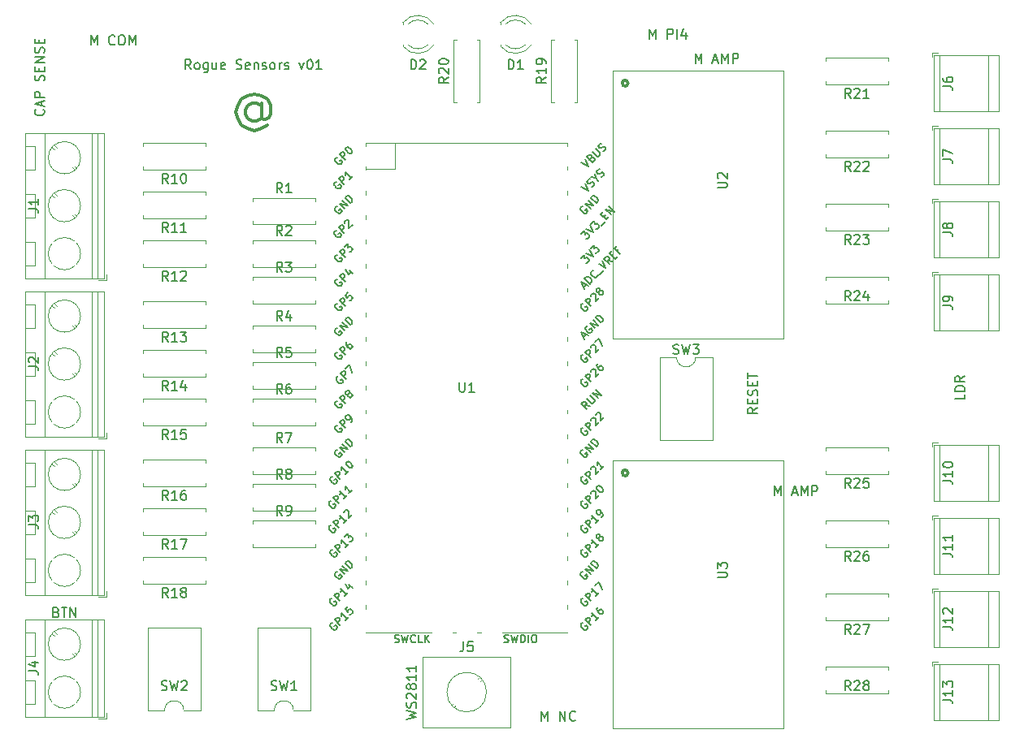
<source format=gto>
G04 #@! TF.GenerationSoftware,KiCad,Pcbnew,5.1.9+dfsg1-1*
G04 #@! TF.CreationDate,2022-01-29T15:43:47+01:00*
G04 #@! TF.ProjectId,rogue_sensors,726f6775-655f-4736-956e-736f72732e6b,v01*
G04 #@! TF.SameCoordinates,Original*
G04 #@! TF.FileFunction,Legend,Top*
G04 #@! TF.FilePolarity,Positive*
%FSLAX46Y46*%
G04 Gerber Fmt 4.6, Leading zero omitted, Abs format (unit mm)*
G04 Created by KiCad (PCBNEW 5.1.9+dfsg1-1) date 2022-01-29 15:43:47*
%MOMM*%
%LPD*%
G01*
G04 APERTURE LIST*
%ADD10C,0.300000*%
%ADD11C,0.150000*%
%ADD12C,0.120000*%
G04 APERTURE END LIST*
D10*
X40862142Y-25304761D02*
X40671666Y-25114285D01*
X40290714Y-24923809D01*
X39909761Y-24923809D01*
X39528809Y-25114285D01*
X39338333Y-25304761D01*
X39147857Y-25685714D01*
X39147857Y-26066666D01*
X39338333Y-26447619D01*
X39528809Y-26638095D01*
X39909761Y-26828571D01*
X40290714Y-26828571D01*
X40671666Y-26638095D01*
X40862142Y-26447619D01*
X40862142Y-24923809D02*
X40862142Y-26447619D01*
X41052619Y-26638095D01*
X41243095Y-26638095D01*
X41624047Y-26447619D01*
X41814523Y-26066666D01*
X41814523Y-25114285D01*
X41433571Y-24542857D01*
X40862142Y-24161904D01*
X40100238Y-23971428D01*
X39338333Y-24161904D01*
X38766904Y-24542857D01*
X38385952Y-25114285D01*
X38195476Y-25876190D01*
X38385952Y-26638095D01*
X38766904Y-27209523D01*
X39338333Y-27590476D01*
X40100238Y-27780952D01*
X40862142Y-27590476D01*
X41433571Y-27209523D01*
D11*
X70016904Y-89352380D02*
X70016904Y-88352380D01*
X70350238Y-89066666D01*
X70683571Y-88352380D01*
X70683571Y-89352380D01*
X71921666Y-89352380D02*
X71921666Y-88352380D01*
X72493095Y-89352380D01*
X72493095Y-88352380D01*
X73540714Y-89257142D02*
X73493095Y-89304761D01*
X73350238Y-89352380D01*
X73255000Y-89352380D01*
X73112142Y-89304761D01*
X73016904Y-89209523D01*
X72969285Y-89114285D01*
X72921666Y-88923809D01*
X72921666Y-88780952D01*
X72969285Y-88590476D01*
X73016904Y-88495238D01*
X73112142Y-88400000D01*
X73255000Y-88352380D01*
X73350238Y-88352380D01*
X73493095Y-88400000D01*
X73540714Y-88447619D01*
X94305714Y-65857380D02*
X94305714Y-64857380D01*
X94639047Y-65571666D01*
X94972380Y-64857380D01*
X94972380Y-65857380D01*
X96162857Y-65571666D02*
X96639047Y-65571666D01*
X96067619Y-65857380D02*
X96400952Y-64857380D01*
X96734285Y-65857380D01*
X97067619Y-65857380D02*
X97067619Y-64857380D01*
X97400952Y-65571666D01*
X97734285Y-64857380D01*
X97734285Y-65857380D01*
X98210476Y-65857380D02*
X98210476Y-64857380D01*
X98591428Y-64857380D01*
X98686666Y-64905000D01*
X98734285Y-64952619D01*
X98781904Y-65047857D01*
X98781904Y-65190714D01*
X98734285Y-65285952D01*
X98686666Y-65333571D01*
X98591428Y-65381190D01*
X98210476Y-65381190D01*
X86050714Y-20772380D02*
X86050714Y-19772380D01*
X86384047Y-20486666D01*
X86717380Y-19772380D01*
X86717380Y-20772380D01*
X87907857Y-20486666D02*
X88384047Y-20486666D01*
X87812619Y-20772380D02*
X88145952Y-19772380D01*
X88479285Y-20772380D01*
X88812619Y-20772380D02*
X88812619Y-19772380D01*
X89145952Y-20486666D01*
X89479285Y-19772380D01*
X89479285Y-20772380D01*
X89955476Y-20772380D02*
X89955476Y-19772380D01*
X90336428Y-19772380D01*
X90431666Y-19820000D01*
X90479285Y-19867619D01*
X90526904Y-19962857D01*
X90526904Y-20105714D01*
X90479285Y-20200952D01*
X90431666Y-20248571D01*
X90336428Y-20296190D01*
X89955476Y-20296190D01*
X81256428Y-18232380D02*
X81256428Y-17232380D01*
X81589761Y-17946666D01*
X81923095Y-17232380D01*
X81923095Y-18232380D01*
X83161190Y-18232380D02*
X83161190Y-17232380D01*
X83542142Y-17232380D01*
X83637380Y-17280000D01*
X83685000Y-17327619D01*
X83732619Y-17422857D01*
X83732619Y-17565714D01*
X83685000Y-17660952D01*
X83637380Y-17708571D01*
X83542142Y-17756190D01*
X83161190Y-17756190D01*
X84161190Y-18232380D02*
X84161190Y-17232380D01*
X85065952Y-17565714D02*
X85065952Y-18232380D01*
X84827857Y-17184761D02*
X84589761Y-17899047D01*
X85208809Y-17899047D01*
X23090476Y-18867380D02*
X23090476Y-17867380D01*
X23423809Y-18581666D01*
X23757142Y-17867380D01*
X23757142Y-18867380D01*
X25566666Y-18772142D02*
X25519047Y-18819761D01*
X25376190Y-18867380D01*
X25280952Y-18867380D01*
X25138095Y-18819761D01*
X25042857Y-18724523D01*
X24995238Y-18629285D01*
X24947619Y-18438809D01*
X24947619Y-18295952D01*
X24995238Y-18105476D01*
X25042857Y-18010238D01*
X25138095Y-17915000D01*
X25280952Y-17867380D01*
X25376190Y-17867380D01*
X25519047Y-17915000D01*
X25566666Y-17962619D01*
X26185714Y-17867380D02*
X26376190Y-17867380D01*
X26471428Y-17915000D01*
X26566666Y-18010238D01*
X26614285Y-18200714D01*
X26614285Y-18534047D01*
X26566666Y-18724523D01*
X26471428Y-18819761D01*
X26376190Y-18867380D01*
X26185714Y-18867380D01*
X26090476Y-18819761D01*
X25995238Y-18724523D01*
X25947619Y-18534047D01*
X25947619Y-18200714D01*
X25995238Y-18010238D01*
X26090476Y-17915000D01*
X26185714Y-17867380D01*
X27042857Y-18867380D02*
X27042857Y-17867380D01*
X27376190Y-18581666D01*
X27709523Y-17867380D01*
X27709523Y-18867380D01*
X92527380Y-56697380D02*
X92051190Y-57030714D01*
X92527380Y-57268809D02*
X91527380Y-57268809D01*
X91527380Y-56887857D01*
X91575000Y-56792619D01*
X91622619Y-56745000D01*
X91717857Y-56697380D01*
X91860714Y-56697380D01*
X91955952Y-56745000D01*
X92003571Y-56792619D01*
X92051190Y-56887857D01*
X92051190Y-57268809D01*
X92003571Y-56268809D02*
X92003571Y-55935476D01*
X92527380Y-55792619D02*
X92527380Y-56268809D01*
X91527380Y-56268809D01*
X91527380Y-55792619D01*
X92479761Y-55411666D02*
X92527380Y-55268809D01*
X92527380Y-55030714D01*
X92479761Y-54935476D01*
X92432142Y-54887857D01*
X92336904Y-54840238D01*
X92241666Y-54840238D01*
X92146428Y-54887857D01*
X92098809Y-54935476D01*
X92051190Y-55030714D01*
X92003571Y-55221190D01*
X91955952Y-55316428D01*
X91908333Y-55364047D01*
X91813095Y-55411666D01*
X91717857Y-55411666D01*
X91622619Y-55364047D01*
X91575000Y-55316428D01*
X91527380Y-55221190D01*
X91527380Y-54983095D01*
X91575000Y-54840238D01*
X92003571Y-54411666D02*
X92003571Y-54078333D01*
X92527380Y-53935476D02*
X92527380Y-54411666D01*
X91527380Y-54411666D01*
X91527380Y-53935476D01*
X91527380Y-53649761D02*
X91527380Y-53078333D01*
X92527380Y-53364047D02*
X91527380Y-53364047D01*
X19486666Y-78033571D02*
X19629523Y-78081190D01*
X19677142Y-78128809D01*
X19724761Y-78224047D01*
X19724761Y-78366904D01*
X19677142Y-78462142D01*
X19629523Y-78509761D01*
X19534285Y-78557380D01*
X19153333Y-78557380D01*
X19153333Y-77557380D01*
X19486666Y-77557380D01*
X19581904Y-77605000D01*
X19629523Y-77652619D01*
X19677142Y-77747857D01*
X19677142Y-77843095D01*
X19629523Y-77938333D01*
X19581904Y-77985952D01*
X19486666Y-78033571D01*
X19153333Y-78033571D01*
X20010476Y-77557380D02*
X20581904Y-77557380D01*
X20296190Y-78557380D02*
X20296190Y-77557380D01*
X20915238Y-78557380D02*
X20915238Y-77557380D01*
X21486666Y-78557380D01*
X21486666Y-77557380D01*
X18137142Y-25605952D02*
X18184761Y-25653571D01*
X18232380Y-25796428D01*
X18232380Y-25891666D01*
X18184761Y-26034523D01*
X18089523Y-26129761D01*
X17994285Y-26177380D01*
X17803809Y-26225000D01*
X17660952Y-26225000D01*
X17470476Y-26177380D01*
X17375238Y-26129761D01*
X17280000Y-26034523D01*
X17232380Y-25891666D01*
X17232380Y-25796428D01*
X17280000Y-25653571D01*
X17327619Y-25605952D01*
X17946666Y-25225000D02*
X17946666Y-24748809D01*
X18232380Y-25320238D02*
X17232380Y-24986904D01*
X18232380Y-24653571D01*
X18232380Y-24320238D02*
X17232380Y-24320238D01*
X17232380Y-23939285D01*
X17280000Y-23844047D01*
X17327619Y-23796428D01*
X17422857Y-23748809D01*
X17565714Y-23748809D01*
X17660952Y-23796428D01*
X17708571Y-23844047D01*
X17756190Y-23939285D01*
X17756190Y-24320238D01*
X18184761Y-22605952D02*
X18232380Y-22463095D01*
X18232380Y-22225000D01*
X18184761Y-22129761D01*
X18137142Y-22082142D01*
X18041904Y-22034523D01*
X17946666Y-22034523D01*
X17851428Y-22082142D01*
X17803809Y-22129761D01*
X17756190Y-22225000D01*
X17708571Y-22415476D01*
X17660952Y-22510714D01*
X17613333Y-22558333D01*
X17518095Y-22605952D01*
X17422857Y-22605952D01*
X17327619Y-22558333D01*
X17280000Y-22510714D01*
X17232380Y-22415476D01*
X17232380Y-22177380D01*
X17280000Y-22034523D01*
X17708571Y-21605952D02*
X17708571Y-21272619D01*
X18232380Y-21129761D02*
X18232380Y-21605952D01*
X17232380Y-21605952D01*
X17232380Y-21129761D01*
X18232380Y-20701190D02*
X17232380Y-20701190D01*
X18232380Y-20129761D01*
X17232380Y-20129761D01*
X18184761Y-19701190D02*
X18232380Y-19558333D01*
X18232380Y-19320238D01*
X18184761Y-19225000D01*
X18137142Y-19177380D01*
X18041904Y-19129761D01*
X17946666Y-19129761D01*
X17851428Y-19177380D01*
X17803809Y-19225000D01*
X17756190Y-19320238D01*
X17708571Y-19510714D01*
X17660952Y-19605952D01*
X17613333Y-19653571D01*
X17518095Y-19701190D01*
X17422857Y-19701190D01*
X17327619Y-19653571D01*
X17280000Y-19605952D01*
X17232380Y-19510714D01*
X17232380Y-19272619D01*
X17280000Y-19129761D01*
X17708571Y-18701190D02*
X17708571Y-18367857D01*
X18232380Y-18225000D02*
X18232380Y-18701190D01*
X17232380Y-18701190D01*
X17232380Y-18225000D01*
X114117380Y-55300476D02*
X114117380Y-55776666D01*
X113117380Y-55776666D01*
X114117380Y-54967142D02*
X113117380Y-54967142D01*
X113117380Y-54729047D01*
X113165000Y-54586190D01*
X113260238Y-54490952D01*
X113355476Y-54443333D01*
X113545952Y-54395714D01*
X113688809Y-54395714D01*
X113879285Y-54443333D01*
X113974523Y-54490952D01*
X114069761Y-54586190D01*
X114117380Y-54729047D01*
X114117380Y-54967142D01*
X114117380Y-53395714D02*
X113641190Y-53729047D01*
X114117380Y-53967142D02*
X113117380Y-53967142D01*
X113117380Y-53586190D01*
X113165000Y-53490952D01*
X113212619Y-53443333D01*
X113307857Y-53395714D01*
X113450714Y-53395714D01*
X113545952Y-53443333D01*
X113593571Y-53490952D01*
X113641190Y-53586190D01*
X113641190Y-53967142D01*
X55967380Y-89169523D02*
X56967380Y-88931428D01*
X56253095Y-88740952D01*
X56967380Y-88550476D01*
X55967380Y-88312380D01*
X56919761Y-87979047D02*
X56967380Y-87836190D01*
X56967380Y-87598095D01*
X56919761Y-87502857D01*
X56872142Y-87455238D01*
X56776904Y-87407619D01*
X56681666Y-87407619D01*
X56586428Y-87455238D01*
X56538809Y-87502857D01*
X56491190Y-87598095D01*
X56443571Y-87788571D01*
X56395952Y-87883809D01*
X56348333Y-87931428D01*
X56253095Y-87979047D01*
X56157857Y-87979047D01*
X56062619Y-87931428D01*
X56015000Y-87883809D01*
X55967380Y-87788571D01*
X55967380Y-87550476D01*
X56015000Y-87407619D01*
X56062619Y-87026666D02*
X56015000Y-86979047D01*
X55967380Y-86883809D01*
X55967380Y-86645714D01*
X56015000Y-86550476D01*
X56062619Y-86502857D01*
X56157857Y-86455238D01*
X56253095Y-86455238D01*
X56395952Y-86502857D01*
X56967380Y-87074285D01*
X56967380Y-86455238D01*
X56395952Y-85883809D02*
X56348333Y-85979047D01*
X56300714Y-86026666D01*
X56205476Y-86074285D01*
X56157857Y-86074285D01*
X56062619Y-86026666D01*
X56015000Y-85979047D01*
X55967380Y-85883809D01*
X55967380Y-85693333D01*
X56015000Y-85598095D01*
X56062619Y-85550476D01*
X56157857Y-85502857D01*
X56205476Y-85502857D01*
X56300714Y-85550476D01*
X56348333Y-85598095D01*
X56395952Y-85693333D01*
X56395952Y-85883809D01*
X56443571Y-85979047D01*
X56491190Y-86026666D01*
X56586428Y-86074285D01*
X56776904Y-86074285D01*
X56872142Y-86026666D01*
X56919761Y-85979047D01*
X56967380Y-85883809D01*
X56967380Y-85693333D01*
X56919761Y-85598095D01*
X56872142Y-85550476D01*
X56776904Y-85502857D01*
X56586428Y-85502857D01*
X56491190Y-85550476D01*
X56443571Y-85598095D01*
X56395952Y-85693333D01*
X56967380Y-84550476D02*
X56967380Y-85121904D01*
X56967380Y-84836190D02*
X55967380Y-84836190D01*
X56110238Y-84931428D01*
X56205476Y-85026666D01*
X56253095Y-85121904D01*
X56967380Y-83598095D02*
X56967380Y-84169523D01*
X56967380Y-83883809D02*
X55967380Y-83883809D01*
X56110238Y-83979047D01*
X56205476Y-84074285D01*
X56253095Y-84169523D01*
X33505000Y-21407380D02*
X33171666Y-20931190D01*
X32933571Y-21407380D02*
X32933571Y-20407380D01*
X33314523Y-20407380D01*
X33409761Y-20455000D01*
X33457380Y-20502619D01*
X33505000Y-20597857D01*
X33505000Y-20740714D01*
X33457380Y-20835952D01*
X33409761Y-20883571D01*
X33314523Y-20931190D01*
X32933571Y-20931190D01*
X34076428Y-21407380D02*
X33981190Y-21359761D01*
X33933571Y-21312142D01*
X33885952Y-21216904D01*
X33885952Y-20931190D01*
X33933571Y-20835952D01*
X33981190Y-20788333D01*
X34076428Y-20740714D01*
X34219285Y-20740714D01*
X34314523Y-20788333D01*
X34362142Y-20835952D01*
X34409761Y-20931190D01*
X34409761Y-21216904D01*
X34362142Y-21312142D01*
X34314523Y-21359761D01*
X34219285Y-21407380D01*
X34076428Y-21407380D01*
X35266904Y-20740714D02*
X35266904Y-21550238D01*
X35219285Y-21645476D01*
X35171666Y-21693095D01*
X35076428Y-21740714D01*
X34933571Y-21740714D01*
X34838333Y-21693095D01*
X35266904Y-21359761D02*
X35171666Y-21407380D01*
X34981190Y-21407380D01*
X34885952Y-21359761D01*
X34838333Y-21312142D01*
X34790714Y-21216904D01*
X34790714Y-20931190D01*
X34838333Y-20835952D01*
X34885952Y-20788333D01*
X34981190Y-20740714D01*
X35171666Y-20740714D01*
X35266904Y-20788333D01*
X36171666Y-20740714D02*
X36171666Y-21407380D01*
X35743095Y-20740714D02*
X35743095Y-21264523D01*
X35790714Y-21359761D01*
X35885952Y-21407380D01*
X36028809Y-21407380D01*
X36124047Y-21359761D01*
X36171666Y-21312142D01*
X37028809Y-21359761D02*
X36933571Y-21407380D01*
X36743095Y-21407380D01*
X36647857Y-21359761D01*
X36600238Y-21264523D01*
X36600238Y-20883571D01*
X36647857Y-20788333D01*
X36743095Y-20740714D01*
X36933571Y-20740714D01*
X37028809Y-20788333D01*
X37076428Y-20883571D01*
X37076428Y-20978809D01*
X36600238Y-21074047D01*
X38219285Y-21359761D02*
X38362142Y-21407380D01*
X38600238Y-21407380D01*
X38695476Y-21359761D01*
X38743095Y-21312142D01*
X38790714Y-21216904D01*
X38790714Y-21121666D01*
X38743095Y-21026428D01*
X38695476Y-20978809D01*
X38600238Y-20931190D01*
X38409761Y-20883571D01*
X38314523Y-20835952D01*
X38266904Y-20788333D01*
X38219285Y-20693095D01*
X38219285Y-20597857D01*
X38266904Y-20502619D01*
X38314523Y-20455000D01*
X38409761Y-20407380D01*
X38647857Y-20407380D01*
X38790714Y-20455000D01*
X39600238Y-21359761D02*
X39505000Y-21407380D01*
X39314523Y-21407380D01*
X39219285Y-21359761D01*
X39171666Y-21264523D01*
X39171666Y-20883571D01*
X39219285Y-20788333D01*
X39314523Y-20740714D01*
X39505000Y-20740714D01*
X39600238Y-20788333D01*
X39647857Y-20883571D01*
X39647857Y-20978809D01*
X39171666Y-21074047D01*
X40076428Y-20740714D02*
X40076428Y-21407380D01*
X40076428Y-20835952D02*
X40124047Y-20788333D01*
X40219285Y-20740714D01*
X40362142Y-20740714D01*
X40457380Y-20788333D01*
X40505000Y-20883571D01*
X40505000Y-21407380D01*
X40933571Y-21359761D02*
X41028809Y-21407380D01*
X41219285Y-21407380D01*
X41314523Y-21359761D01*
X41362142Y-21264523D01*
X41362142Y-21216904D01*
X41314523Y-21121666D01*
X41219285Y-21074047D01*
X41076428Y-21074047D01*
X40981190Y-21026428D01*
X40933571Y-20931190D01*
X40933571Y-20883571D01*
X40981190Y-20788333D01*
X41076428Y-20740714D01*
X41219285Y-20740714D01*
X41314523Y-20788333D01*
X41933571Y-21407380D02*
X41838333Y-21359761D01*
X41790714Y-21312142D01*
X41743095Y-21216904D01*
X41743095Y-20931190D01*
X41790714Y-20835952D01*
X41838333Y-20788333D01*
X41933571Y-20740714D01*
X42076428Y-20740714D01*
X42171666Y-20788333D01*
X42219285Y-20835952D01*
X42266904Y-20931190D01*
X42266904Y-21216904D01*
X42219285Y-21312142D01*
X42171666Y-21359761D01*
X42076428Y-21407380D01*
X41933571Y-21407380D01*
X42695476Y-21407380D02*
X42695476Y-20740714D01*
X42695476Y-20931190D02*
X42743095Y-20835952D01*
X42790714Y-20788333D01*
X42885952Y-20740714D01*
X42981190Y-20740714D01*
X43266904Y-21359761D02*
X43362142Y-21407380D01*
X43552619Y-21407380D01*
X43647857Y-21359761D01*
X43695476Y-21264523D01*
X43695476Y-21216904D01*
X43647857Y-21121666D01*
X43552619Y-21074047D01*
X43409761Y-21074047D01*
X43314523Y-21026428D01*
X43266904Y-20931190D01*
X43266904Y-20883571D01*
X43314523Y-20788333D01*
X43409761Y-20740714D01*
X43552619Y-20740714D01*
X43647857Y-20788333D01*
X44790714Y-20740714D02*
X45028809Y-21407380D01*
X45266904Y-20740714D01*
X45838333Y-20407380D02*
X45933571Y-20407380D01*
X46028809Y-20455000D01*
X46076428Y-20502619D01*
X46124047Y-20597857D01*
X46171666Y-20788333D01*
X46171666Y-21026428D01*
X46124047Y-21216904D01*
X46076428Y-21312142D01*
X46028809Y-21359761D01*
X45933571Y-21407380D01*
X45838333Y-21407380D01*
X45743095Y-21359761D01*
X45695476Y-21312142D01*
X45647857Y-21216904D01*
X45600238Y-21026428D01*
X45600238Y-20788333D01*
X45647857Y-20597857D01*
X45695476Y-20502619D01*
X45743095Y-20455000D01*
X45838333Y-20407380D01*
X47124047Y-21407380D02*
X46552619Y-21407380D01*
X46838333Y-21407380D02*
X46838333Y-20407380D01*
X46743095Y-20550238D01*
X46647857Y-20645476D01*
X46552619Y-20693095D01*
D12*
G04 #@! TO.C,R26*
X99600000Y-68480000D02*
X99600000Y-68810000D01*
X106140000Y-68480000D02*
X99600000Y-68480000D01*
X106140000Y-68810000D02*
X106140000Y-68480000D01*
X99600000Y-71220000D02*
X99600000Y-70890000D01*
X106140000Y-71220000D02*
X99600000Y-71220000D01*
X106140000Y-70890000D02*
X106140000Y-71220000D01*
G04 #@! TO.C,U1*
X51730000Y-29110000D02*
X72730000Y-29110000D01*
X58530000Y-80110000D02*
X51730000Y-80110000D01*
X51730000Y-31777000D02*
X54737000Y-31777000D01*
X54737000Y-31777000D02*
X54737000Y-29110000D01*
X51730000Y-29110000D02*
X51730000Y-29410000D01*
X51730000Y-31510000D02*
X51730000Y-31910000D01*
X51730000Y-34110000D02*
X51730000Y-34510000D01*
X51730000Y-36610000D02*
X51730000Y-37010000D01*
X51730000Y-39210000D02*
X51730000Y-39610000D01*
X51730000Y-41710000D02*
X51730000Y-42110000D01*
X51730000Y-44210000D02*
X51730000Y-44610000D01*
X51730000Y-46810000D02*
X51730000Y-47210000D01*
X51730000Y-49310000D02*
X51730000Y-49710000D01*
X51730000Y-51910000D02*
X51730000Y-52310000D01*
X51730000Y-54410000D02*
X51730000Y-54810000D01*
X51730000Y-56910000D02*
X51730000Y-57310000D01*
X51730000Y-59510000D02*
X51730000Y-59910000D01*
X51730000Y-62010000D02*
X51730000Y-62410000D01*
X51730000Y-64610000D02*
X51730000Y-65010000D01*
X51730000Y-67110000D02*
X51730000Y-67510000D01*
X51730000Y-69710000D02*
X51730000Y-70110000D01*
X51730000Y-72210000D02*
X51730000Y-72610000D01*
X51730000Y-74710000D02*
X51730000Y-75110000D01*
X51730000Y-77310000D02*
X51730000Y-77710000D01*
X72730000Y-44210000D02*
X72730000Y-44610000D01*
X72730000Y-49310000D02*
X72730000Y-49710000D01*
X72730000Y-56910000D02*
X72730000Y-57310000D01*
X72730000Y-64610000D02*
X72730000Y-65010000D01*
X72730000Y-34110000D02*
X72730000Y-34510000D01*
X72730000Y-31510000D02*
X72730000Y-31910000D01*
X72730000Y-39210000D02*
X72730000Y-39610000D01*
X72730000Y-72210000D02*
X72730000Y-72610000D01*
X72730000Y-77310000D02*
X72730000Y-77710000D01*
X72730000Y-74710000D02*
X72730000Y-75110000D01*
X72730000Y-59510000D02*
X72730000Y-59910000D01*
X72730000Y-54410000D02*
X72730000Y-54810000D01*
X72730000Y-41710000D02*
X72730000Y-42110000D01*
X72730000Y-46810000D02*
X72730000Y-47210000D01*
X72730000Y-67110000D02*
X72730000Y-67510000D01*
X72730000Y-51910000D02*
X72730000Y-52310000D01*
X72730000Y-29110000D02*
X72730000Y-29410000D01*
X72730000Y-36610000D02*
X72730000Y-37010000D01*
X72730000Y-62010000D02*
X72730000Y-62410000D01*
X72730000Y-69710000D02*
X72730000Y-70110000D01*
X72730000Y-80110000D02*
X65930000Y-80110000D01*
X60730000Y-80110000D02*
X61130000Y-80110000D01*
X63330000Y-80110000D02*
X63730000Y-80110000D01*
G04 #@! TO.C,J5*
X66790000Y-82650000D02*
X66790000Y-90070000D01*
X57670000Y-82650000D02*
X57670000Y-90070000D01*
X57670000Y-90070000D02*
X66790000Y-90070000D01*
X57670000Y-82650000D02*
X66790000Y-82650000D01*
X60854000Y-87484000D02*
X60667000Y-87671000D01*
X63542000Y-84797000D02*
X63398000Y-84941000D01*
X61062000Y-87779000D02*
X60918000Y-87923000D01*
X63793000Y-85049000D02*
X63606000Y-85235000D01*
X64290000Y-86360000D02*
G75*
G03*
X64290000Y-86360000I-2060000J0D01*
G01*
G04 #@! TO.C,D1*
X65750000Y-18860000D02*
X65750000Y-19016000D01*
X65750000Y-16544000D02*
X65750000Y-16700000D01*
X68982335Y-16701392D02*
G75*
G03*
X65750000Y-16544484I-1672335J-1078608D01*
G01*
X68982335Y-18858608D02*
G75*
G02*
X65750000Y-19015516I-1672335J1078608D01*
G01*
X68351130Y-16700163D02*
G75*
G03*
X66269039Y-16700000I-1041130J-1079837D01*
G01*
X68351130Y-18859837D02*
G75*
G02*
X66269039Y-18860000I-1041130J1079837D01*
G01*
G04 #@! TO.C,D2*
X55590000Y-16544000D02*
X55590000Y-16700000D01*
X55590000Y-18860000D02*
X55590000Y-19016000D01*
X58191130Y-18859837D02*
G75*
G02*
X56109039Y-18860000I-1041130J1079837D01*
G01*
X58191130Y-16700163D02*
G75*
G03*
X56109039Y-16700000I-1041130J-1079837D01*
G01*
X58822335Y-18858608D02*
G75*
G02*
X55590000Y-19015516I-1672335J1078608D01*
G01*
X58822335Y-16701392D02*
G75*
G03*
X55590000Y-16544484I-1672335J-1078608D01*
G01*
G04 #@! TO.C,J1*
X22000000Y-35640000D02*
G75*
G03*
X22000000Y-35640000I-1680000J0D01*
G01*
X22000000Y-30640000D02*
G75*
G03*
X22000000Y-30640000I-1680000J0D01*
G01*
X23770000Y-43200000D02*
X23770000Y-28080000D01*
X23170000Y-43200000D02*
X23170000Y-28080000D01*
X18270000Y-43200000D02*
X18270000Y-28080000D01*
X16210000Y-43200000D02*
X16210000Y-28080000D01*
X24430000Y-43200000D02*
X24430000Y-28080000D01*
X16210000Y-43200000D02*
X24430000Y-43200000D01*
X16210000Y-28080000D02*
X24430000Y-28080000D01*
X16270000Y-41890000D02*
X16270000Y-39390000D01*
X17270000Y-41890000D02*
X17270000Y-39390000D01*
X16270000Y-41890000D02*
X17270000Y-41890000D01*
X16270000Y-39390000D02*
X17270000Y-39390000D01*
X19251000Y-34365000D02*
X19497000Y-34611000D01*
X21395000Y-36510000D02*
X21594000Y-36709000D01*
X19045000Y-34570000D02*
X19256000Y-34781000D01*
X21143000Y-36668000D02*
X21389000Y-36914000D01*
X16270000Y-36890000D02*
X16270000Y-34390000D01*
X17270000Y-36890000D02*
X17270000Y-34390000D01*
X16270000Y-36890000D02*
X17270000Y-36890000D01*
X16270000Y-34390000D02*
X17270000Y-34390000D01*
X19251000Y-29365000D02*
X19497000Y-29611000D01*
X21395000Y-31510000D02*
X21594000Y-31709000D01*
X19045000Y-29570000D02*
X19256000Y-29781000D01*
X21143000Y-31668000D02*
X21389000Y-31914000D01*
X16270000Y-31890000D02*
X16270000Y-29390000D01*
X17270000Y-31890000D02*
X17270000Y-29390000D01*
X16270000Y-31890000D02*
X17270000Y-31890000D01*
X16270000Y-29390000D02*
X17270000Y-29390000D01*
X23830000Y-43440000D02*
X24670000Y-43440000D01*
X24670000Y-43440000D02*
X24670000Y-42840000D01*
X22000511Y-40611493D02*
G75*
G02*
X21607000Y-41721000I-1680511J-28507D01*
G01*
X21399734Y-41928063D02*
G75*
G02*
X19239000Y-41927000I-1079734J1288063D01*
G01*
X19032922Y-41719908D02*
G75*
G02*
X19033000Y-39560000I1287078J1079908D01*
G01*
X19240092Y-39352922D02*
G75*
G02*
X21400000Y-39353000I1079908J-1287078D01*
G01*
X21606955Y-39560117D02*
G75*
G02*
X22000000Y-40640000I-1286955J-1079883D01*
G01*
G04 #@! TO.C,J2*
X24670000Y-59950000D02*
X24670000Y-59350000D01*
X23830000Y-59950000D02*
X24670000Y-59950000D01*
X16270000Y-45900000D02*
X17270000Y-45900000D01*
X16270000Y-48400000D02*
X17270000Y-48400000D01*
X17270000Y-48400000D02*
X17270000Y-45900000D01*
X16270000Y-48400000D02*
X16270000Y-45900000D01*
X21143000Y-48178000D02*
X21389000Y-48424000D01*
X19045000Y-46080000D02*
X19256000Y-46291000D01*
X21395000Y-48020000D02*
X21594000Y-48219000D01*
X19251000Y-45875000D02*
X19497000Y-46121000D01*
X16270000Y-50900000D02*
X17270000Y-50900000D01*
X16270000Y-53400000D02*
X17270000Y-53400000D01*
X17270000Y-53400000D02*
X17270000Y-50900000D01*
X16270000Y-53400000D02*
X16270000Y-50900000D01*
X21143000Y-53178000D02*
X21389000Y-53424000D01*
X19045000Y-51080000D02*
X19256000Y-51291000D01*
X21395000Y-53020000D02*
X21594000Y-53219000D01*
X19251000Y-50875000D02*
X19497000Y-51121000D01*
X16270000Y-55900000D02*
X17270000Y-55900000D01*
X16270000Y-58400000D02*
X17270000Y-58400000D01*
X17270000Y-58400000D02*
X17270000Y-55900000D01*
X16270000Y-58400000D02*
X16270000Y-55900000D01*
X16210000Y-44590000D02*
X24430000Y-44590000D01*
X16210000Y-59710000D02*
X24430000Y-59710000D01*
X24430000Y-59710000D02*
X24430000Y-44590000D01*
X16210000Y-59710000D02*
X16210000Y-44590000D01*
X18270000Y-59710000D02*
X18270000Y-44590000D01*
X23170000Y-59710000D02*
X23170000Y-44590000D01*
X23770000Y-59710000D02*
X23770000Y-44590000D01*
X22000000Y-47150000D02*
G75*
G03*
X22000000Y-47150000I-1680000J0D01*
G01*
X22000000Y-52150000D02*
G75*
G03*
X22000000Y-52150000I-1680000J0D01*
G01*
X21606955Y-56070117D02*
G75*
G02*
X22000000Y-57150000I-1286955J-1079883D01*
G01*
X19240092Y-55862922D02*
G75*
G02*
X21400000Y-55863000I1079908J-1287078D01*
G01*
X19032922Y-58229908D02*
G75*
G02*
X19033000Y-56070000I1287078J1079908D01*
G01*
X21399734Y-58438063D02*
G75*
G02*
X19239000Y-58437000I-1079734J1288063D01*
G01*
X22000511Y-57121493D02*
G75*
G02*
X21607000Y-58231000I-1680511J-28507D01*
G01*
G04 #@! TO.C,J3*
X24670000Y-76460000D02*
X24670000Y-75860000D01*
X23830000Y-76460000D02*
X24670000Y-76460000D01*
X16270000Y-62410000D02*
X17270000Y-62410000D01*
X16270000Y-64910000D02*
X17270000Y-64910000D01*
X17270000Y-64910000D02*
X17270000Y-62410000D01*
X16270000Y-64910000D02*
X16270000Y-62410000D01*
X21143000Y-64688000D02*
X21389000Y-64934000D01*
X19045000Y-62590000D02*
X19256000Y-62801000D01*
X21395000Y-64530000D02*
X21594000Y-64729000D01*
X19251000Y-62385000D02*
X19497000Y-62631000D01*
X16270000Y-67410000D02*
X17270000Y-67410000D01*
X16270000Y-69910000D02*
X17270000Y-69910000D01*
X17270000Y-69910000D02*
X17270000Y-67410000D01*
X16270000Y-69910000D02*
X16270000Y-67410000D01*
X21143000Y-69688000D02*
X21389000Y-69934000D01*
X19045000Y-67590000D02*
X19256000Y-67801000D01*
X21395000Y-69530000D02*
X21594000Y-69729000D01*
X19251000Y-67385000D02*
X19497000Y-67631000D01*
X16270000Y-72410000D02*
X17270000Y-72410000D01*
X16270000Y-74910000D02*
X17270000Y-74910000D01*
X17270000Y-74910000D02*
X17270000Y-72410000D01*
X16270000Y-74910000D02*
X16270000Y-72410000D01*
X16210000Y-61100000D02*
X24430000Y-61100000D01*
X16210000Y-76220000D02*
X24430000Y-76220000D01*
X24430000Y-76220000D02*
X24430000Y-61100000D01*
X16210000Y-76220000D02*
X16210000Y-61100000D01*
X18270000Y-76220000D02*
X18270000Y-61100000D01*
X23170000Y-76220000D02*
X23170000Y-61100000D01*
X23770000Y-76220000D02*
X23770000Y-61100000D01*
X22000000Y-63660000D02*
G75*
G03*
X22000000Y-63660000I-1680000J0D01*
G01*
X22000000Y-68660000D02*
G75*
G03*
X22000000Y-68660000I-1680000J0D01*
G01*
X21606955Y-72580117D02*
G75*
G02*
X22000000Y-73660000I-1286955J-1079883D01*
G01*
X19240092Y-72372922D02*
G75*
G02*
X21400000Y-72373000I1079908J-1287078D01*
G01*
X19032922Y-74739908D02*
G75*
G02*
X19033000Y-72580000I1287078J1079908D01*
G01*
X21399734Y-74948063D02*
G75*
G02*
X19239000Y-74947000I-1079734J1288063D01*
G01*
X22000511Y-73631493D02*
G75*
G02*
X21607000Y-74741000I-1680511J-28507D01*
G01*
G04 #@! TO.C,J4*
X24670000Y-89160000D02*
X24670000Y-88560000D01*
X23830000Y-89160000D02*
X24670000Y-89160000D01*
X16270000Y-80110000D02*
X17270000Y-80110000D01*
X16270000Y-82610000D02*
X17270000Y-82610000D01*
X17270000Y-82610000D02*
X17270000Y-80110000D01*
X16270000Y-82610000D02*
X16270000Y-80110000D01*
X21143000Y-82388000D02*
X21389000Y-82634000D01*
X19045000Y-80290000D02*
X19256000Y-80501000D01*
X21395000Y-82230000D02*
X21594000Y-82429000D01*
X19251000Y-80085000D02*
X19497000Y-80331000D01*
X16270000Y-85110000D02*
X17270000Y-85110000D01*
X16270000Y-87610000D02*
X17270000Y-87610000D01*
X17270000Y-87610000D02*
X17270000Y-85110000D01*
X16270000Y-87610000D02*
X16270000Y-85110000D01*
X16210000Y-78800000D02*
X24430000Y-78800000D01*
X16210000Y-88920000D02*
X24430000Y-88920000D01*
X24430000Y-88920000D02*
X24430000Y-78800000D01*
X16210000Y-88920000D02*
X16210000Y-78800000D01*
X18270000Y-88920000D02*
X18270000Y-78800000D01*
X23170000Y-88920000D02*
X23170000Y-78800000D01*
X23770000Y-88920000D02*
X23770000Y-78800000D01*
X22000000Y-81360000D02*
G75*
G03*
X22000000Y-81360000I-1680000J0D01*
G01*
X21606955Y-85280117D02*
G75*
G02*
X22000000Y-86360000I-1286955J-1079883D01*
G01*
X19240092Y-85072922D02*
G75*
G02*
X21400000Y-85073000I1079908J-1287078D01*
G01*
X19032922Y-87439908D02*
G75*
G02*
X19033000Y-85280000I1287078J1079908D01*
G01*
X21399734Y-87648063D02*
G75*
G02*
X19239000Y-87647000I-1079734J1288063D01*
G01*
X22000511Y-86331493D02*
G75*
G02*
X21607000Y-87441000I-1680511J-28507D01*
G01*
G04 #@! TO.C,J6*
X110690000Y-19730000D02*
X110690000Y-20130000D01*
X111330000Y-19730000D02*
X110690000Y-19730000D01*
X117670000Y-25750000D02*
X110930000Y-25750000D01*
X117670000Y-19970000D02*
X110930000Y-19970000D01*
X110930000Y-19970000D02*
X110930000Y-25750000D01*
X117670000Y-19970000D02*
X117670000Y-25750000D01*
X116550000Y-19970000D02*
X116550000Y-25750000D01*
X111450000Y-19970000D02*
X111450000Y-25750000D01*
G04 #@! TO.C,J7*
X111450000Y-27590000D02*
X111450000Y-33370000D01*
X116550000Y-27590000D02*
X116550000Y-33370000D01*
X117670000Y-27590000D02*
X117670000Y-33370000D01*
X110930000Y-27590000D02*
X110930000Y-33370000D01*
X117670000Y-27590000D02*
X110930000Y-27590000D01*
X117670000Y-33370000D02*
X110930000Y-33370000D01*
X111330000Y-27350000D02*
X110690000Y-27350000D01*
X110690000Y-27350000D02*
X110690000Y-27750000D01*
G04 #@! TO.C,J8*
X110690000Y-34970000D02*
X110690000Y-35370000D01*
X111330000Y-34970000D02*
X110690000Y-34970000D01*
X117670000Y-40990000D02*
X110930000Y-40990000D01*
X117670000Y-35210000D02*
X110930000Y-35210000D01*
X110930000Y-35210000D02*
X110930000Y-40990000D01*
X117670000Y-35210000D02*
X117670000Y-40990000D01*
X116550000Y-35210000D02*
X116550000Y-40990000D01*
X111450000Y-35210000D02*
X111450000Y-40990000D01*
G04 #@! TO.C,J9*
X111450000Y-42830000D02*
X111450000Y-48610000D01*
X116550000Y-42830000D02*
X116550000Y-48610000D01*
X117670000Y-42830000D02*
X117670000Y-48610000D01*
X110930000Y-42830000D02*
X110930000Y-48610000D01*
X117670000Y-42830000D02*
X110930000Y-42830000D01*
X117670000Y-48610000D02*
X110930000Y-48610000D01*
X111330000Y-42590000D02*
X110690000Y-42590000D01*
X110690000Y-42590000D02*
X110690000Y-42990000D01*
G04 #@! TO.C,J10*
X110690000Y-60370000D02*
X110690000Y-60770000D01*
X111330000Y-60370000D02*
X110690000Y-60370000D01*
X117670000Y-66390000D02*
X110930000Y-66390000D01*
X117670000Y-60610000D02*
X110930000Y-60610000D01*
X110930000Y-60610000D02*
X110930000Y-66390000D01*
X117670000Y-60610000D02*
X117670000Y-66390000D01*
X116550000Y-60610000D02*
X116550000Y-66390000D01*
X111450000Y-60610000D02*
X111450000Y-66390000D01*
G04 #@! TO.C,J11*
X111450000Y-68230000D02*
X111450000Y-74010000D01*
X116550000Y-68230000D02*
X116550000Y-74010000D01*
X117670000Y-68230000D02*
X117670000Y-74010000D01*
X110930000Y-68230000D02*
X110930000Y-74010000D01*
X117670000Y-68230000D02*
X110930000Y-68230000D01*
X117670000Y-74010000D02*
X110930000Y-74010000D01*
X111330000Y-67990000D02*
X110690000Y-67990000D01*
X110690000Y-67990000D02*
X110690000Y-68390000D01*
G04 #@! TO.C,J12*
X110690000Y-75610000D02*
X110690000Y-76010000D01*
X111330000Y-75610000D02*
X110690000Y-75610000D01*
X117670000Y-81630000D02*
X110930000Y-81630000D01*
X117670000Y-75850000D02*
X110930000Y-75850000D01*
X110930000Y-75850000D02*
X110930000Y-81630000D01*
X117670000Y-75850000D02*
X117670000Y-81630000D01*
X116550000Y-75850000D02*
X116550000Y-81630000D01*
X111450000Y-75850000D02*
X111450000Y-81630000D01*
G04 #@! TO.C,J13*
X111450000Y-83470000D02*
X111450000Y-89250000D01*
X116550000Y-83470000D02*
X116550000Y-89250000D01*
X117670000Y-83470000D02*
X117670000Y-89250000D01*
X110930000Y-83470000D02*
X110930000Y-89250000D01*
X117670000Y-83470000D02*
X110930000Y-83470000D01*
X117670000Y-89250000D02*
X110930000Y-89250000D01*
X111330000Y-83230000D02*
X110690000Y-83230000D01*
X110690000Y-83230000D02*
X110690000Y-83630000D01*
G04 #@! TO.C,R1*
X39910000Y-35155000D02*
X39910000Y-34825000D01*
X39910000Y-34825000D02*
X46450000Y-34825000D01*
X46450000Y-34825000D02*
X46450000Y-35155000D01*
X39910000Y-37235000D02*
X39910000Y-37565000D01*
X39910000Y-37565000D02*
X46450000Y-37565000D01*
X46450000Y-37565000D02*
X46450000Y-37235000D01*
G04 #@! TO.C,R2*
X46450000Y-42010000D02*
X46450000Y-41680000D01*
X39910000Y-42010000D02*
X46450000Y-42010000D01*
X39910000Y-41680000D02*
X39910000Y-42010000D01*
X46450000Y-39270000D02*
X46450000Y-39600000D01*
X39910000Y-39270000D02*
X46450000Y-39270000D01*
X39910000Y-39600000D02*
X39910000Y-39270000D01*
G04 #@! TO.C,R3*
X39910000Y-43410000D02*
X39910000Y-43080000D01*
X39910000Y-43080000D02*
X46450000Y-43080000D01*
X46450000Y-43080000D02*
X46450000Y-43410000D01*
X39910000Y-45490000D02*
X39910000Y-45820000D01*
X39910000Y-45820000D02*
X46450000Y-45820000D01*
X46450000Y-45820000D02*
X46450000Y-45490000D01*
G04 #@! TO.C,R4*
X46450000Y-50900000D02*
X46450000Y-50570000D01*
X39910000Y-50900000D02*
X46450000Y-50900000D01*
X39910000Y-50570000D02*
X39910000Y-50900000D01*
X46450000Y-48160000D02*
X46450000Y-48490000D01*
X39910000Y-48160000D02*
X46450000Y-48160000D01*
X39910000Y-48490000D02*
X39910000Y-48160000D01*
G04 #@! TO.C,R5*
X39910000Y-52300000D02*
X39910000Y-51970000D01*
X39910000Y-51970000D02*
X46450000Y-51970000D01*
X46450000Y-51970000D02*
X46450000Y-52300000D01*
X39910000Y-54380000D02*
X39910000Y-54710000D01*
X39910000Y-54710000D02*
X46450000Y-54710000D01*
X46450000Y-54710000D02*
X46450000Y-54380000D01*
G04 #@! TO.C,R6*
X46450000Y-58520000D02*
X46450000Y-58190000D01*
X39910000Y-58520000D02*
X46450000Y-58520000D01*
X39910000Y-58190000D02*
X39910000Y-58520000D01*
X46450000Y-55780000D02*
X46450000Y-56110000D01*
X39910000Y-55780000D02*
X46450000Y-55780000D01*
X39910000Y-56110000D02*
X39910000Y-55780000D01*
G04 #@! TO.C,R7*
X39910000Y-61190000D02*
X39910000Y-60860000D01*
X39910000Y-60860000D02*
X46450000Y-60860000D01*
X46450000Y-60860000D02*
X46450000Y-61190000D01*
X39910000Y-63270000D02*
X39910000Y-63600000D01*
X39910000Y-63600000D02*
X46450000Y-63600000D01*
X46450000Y-63600000D02*
X46450000Y-63270000D01*
G04 #@! TO.C,R8*
X46450000Y-67410000D02*
X46450000Y-67080000D01*
X39910000Y-67410000D02*
X46450000Y-67410000D01*
X39910000Y-67080000D02*
X39910000Y-67410000D01*
X46450000Y-64670000D02*
X46450000Y-65000000D01*
X39910000Y-64670000D02*
X46450000Y-64670000D01*
X39910000Y-65000000D02*
X39910000Y-64670000D01*
G04 #@! TO.C,R9*
X39910000Y-68810000D02*
X39910000Y-68480000D01*
X39910000Y-68480000D02*
X46450000Y-68480000D01*
X46450000Y-68480000D02*
X46450000Y-68810000D01*
X39910000Y-70890000D02*
X39910000Y-71220000D01*
X39910000Y-71220000D02*
X46450000Y-71220000D01*
X46450000Y-71220000D02*
X46450000Y-70890000D01*
G04 #@! TO.C,R10*
X35020000Y-31520000D02*
X35020000Y-31850000D01*
X35020000Y-31850000D02*
X28480000Y-31850000D01*
X28480000Y-31850000D02*
X28480000Y-31520000D01*
X35020000Y-29440000D02*
X35020000Y-29110000D01*
X35020000Y-29110000D02*
X28480000Y-29110000D01*
X28480000Y-29110000D02*
X28480000Y-29440000D01*
G04 #@! TO.C,R11*
X28480000Y-34190000D02*
X28480000Y-34520000D01*
X35020000Y-34190000D02*
X28480000Y-34190000D01*
X35020000Y-34520000D02*
X35020000Y-34190000D01*
X28480000Y-36930000D02*
X28480000Y-36600000D01*
X35020000Y-36930000D02*
X28480000Y-36930000D01*
X35020000Y-36600000D02*
X35020000Y-36930000D01*
G04 #@! TO.C,R12*
X28480000Y-39270000D02*
X28480000Y-39600000D01*
X35020000Y-39270000D02*
X28480000Y-39270000D01*
X35020000Y-39600000D02*
X35020000Y-39270000D01*
X28480000Y-42010000D02*
X28480000Y-41680000D01*
X35020000Y-42010000D02*
X28480000Y-42010000D01*
X35020000Y-41680000D02*
X35020000Y-42010000D01*
G04 #@! TO.C,R13*
X35020000Y-48030000D02*
X35020000Y-48360000D01*
X35020000Y-48360000D02*
X28480000Y-48360000D01*
X28480000Y-48360000D02*
X28480000Y-48030000D01*
X35020000Y-45950000D02*
X35020000Y-45620000D01*
X35020000Y-45620000D02*
X28480000Y-45620000D01*
X28480000Y-45620000D02*
X28480000Y-45950000D01*
G04 #@! TO.C,R14*
X28480000Y-50700000D02*
X28480000Y-51030000D01*
X35020000Y-50700000D02*
X28480000Y-50700000D01*
X35020000Y-51030000D02*
X35020000Y-50700000D01*
X28480000Y-53440000D02*
X28480000Y-53110000D01*
X35020000Y-53440000D02*
X28480000Y-53440000D01*
X35020000Y-53110000D02*
X35020000Y-53440000D01*
G04 #@! TO.C,R15*
X28480000Y-55780000D02*
X28480000Y-56110000D01*
X35020000Y-55780000D02*
X28480000Y-55780000D01*
X35020000Y-56110000D02*
X35020000Y-55780000D01*
X28480000Y-58520000D02*
X28480000Y-58190000D01*
X35020000Y-58520000D02*
X28480000Y-58520000D01*
X35020000Y-58190000D02*
X35020000Y-58520000D01*
G04 #@! TO.C,R16*
X35020000Y-64540000D02*
X35020000Y-64870000D01*
X35020000Y-64870000D02*
X28480000Y-64870000D01*
X28480000Y-64870000D02*
X28480000Y-64540000D01*
X35020000Y-62460000D02*
X35020000Y-62130000D01*
X35020000Y-62130000D02*
X28480000Y-62130000D01*
X28480000Y-62130000D02*
X28480000Y-62460000D01*
G04 #@! TO.C,R17*
X28480000Y-67210000D02*
X28480000Y-67540000D01*
X35020000Y-67210000D02*
X28480000Y-67210000D01*
X35020000Y-67540000D02*
X35020000Y-67210000D01*
X28480000Y-69950000D02*
X28480000Y-69620000D01*
X35020000Y-69950000D02*
X28480000Y-69950000D01*
X35020000Y-69620000D02*
X35020000Y-69950000D01*
G04 #@! TO.C,R18*
X35020000Y-74700000D02*
X35020000Y-75030000D01*
X35020000Y-75030000D02*
X28480000Y-75030000D01*
X28480000Y-75030000D02*
X28480000Y-74700000D01*
X35020000Y-72620000D02*
X35020000Y-72290000D01*
X35020000Y-72290000D02*
X28480000Y-72290000D01*
X28480000Y-72290000D02*
X28480000Y-72620000D01*
G04 #@! TO.C,R19*
X71350000Y-24860000D02*
X71020000Y-24860000D01*
X71020000Y-24860000D02*
X71020000Y-18320000D01*
X71020000Y-18320000D02*
X71350000Y-18320000D01*
X73430000Y-24860000D02*
X73760000Y-24860000D01*
X73760000Y-24860000D02*
X73760000Y-18320000D01*
X73760000Y-18320000D02*
X73430000Y-18320000D01*
G04 #@! TO.C,R20*
X63600000Y-18320000D02*
X63270000Y-18320000D01*
X63600000Y-24860000D02*
X63600000Y-18320000D01*
X63270000Y-24860000D02*
X63600000Y-24860000D01*
X60860000Y-18320000D02*
X61190000Y-18320000D01*
X60860000Y-24860000D02*
X60860000Y-18320000D01*
X61190000Y-24860000D02*
X60860000Y-24860000D01*
G04 #@! TO.C,R21*
X106140000Y-22630000D02*
X106140000Y-22960000D01*
X106140000Y-22960000D02*
X99600000Y-22960000D01*
X99600000Y-22960000D02*
X99600000Y-22630000D01*
X106140000Y-20550000D02*
X106140000Y-20220000D01*
X106140000Y-20220000D02*
X99600000Y-20220000D01*
X99600000Y-20220000D02*
X99600000Y-20550000D01*
G04 #@! TO.C,R22*
X99600000Y-27840000D02*
X99600000Y-28170000D01*
X106140000Y-27840000D02*
X99600000Y-27840000D01*
X106140000Y-28170000D02*
X106140000Y-27840000D01*
X99600000Y-30580000D02*
X99600000Y-30250000D01*
X106140000Y-30580000D02*
X99600000Y-30580000D01*
X106140000Y-30250000D02*
X106140000Y-30580000D01*
G04 #@! TO.C,R23*
X106140000Y-37870000D02*
X106140000Y-38200000D01*
X106140000Y-38200000D02*
X99600000Y-38200000D01*
X99600000Y-38200000D02*
X99600000Y-37870000D01*
X106140000Y-35790000D02*
X106140000Y-35460000D01*
X106140000Y-35460000D02*
X99600000Y-35460000D01*
X99600000Y-35460000D02*
X99600000Y-35790000D01*
G04 #@! TO.C,R24*
X99600000Y-43080000D02*
X99600000Y-43410000D01*
X106140000Y-43080000D02*
X99600000Y-43080000D01*
X106140000Y-43410000D02*
X106140000Y-43080000D01*
X99600000Y-45820000D02*
X99600000Y-45490000D01*
X106140000Y-45820000D02*
X99600000Y-45820000D01*
X106140000Y-45490000D02*
X106140000Y-45820000D01*
G04 #@! TO.C,R25*
X106140000Y-63270000D02*
X106140000Y-63600000D01*
X106140000Y-63600000D02*
X99600000Y-63600000D01*
X99600000Y-63600000D02*
X99600000Y-63270000D01*
X106140000Y-61190000D02*
X106140000Y-60860000D01*
X106140000Y-60860000D02*
X99600000Y-60860000D01*
X99600000Y-60860000D02*
X99600000Y-61190000D01*
G04 #@! TO.C,R27*
X106140000Y-78510000D02*
X106140000Y-78840000D01*
X106140000Y-78840000D02*
X99600000Y-78840000D01*
X99600000Y-78840000D02*
X99600000Y-78510000D01*
X106140000Y-76430000D02*
X106140000Y-76100000D01*
X106140000Y-76100000D02*
X99600000Y-76100000D01*
X99600000Y-76100000D02*
X99600000Y-76430000D01*
G04 #@! TO.C,R28*
X99600000Y-83720000D02*
X99600000Y-84050000D01*
X106140000Y-83720000D02*
X99600000Y-83720000D01*
X106140000Y-84050000D02*
X106140000Y-83720000D01*
X99600000Y-86460000D02*
X99600000Y-86130000D01*
X106140000Y-86460000D02*
X99600000Y-86460000D01*
X106140000Y-86130000D02*
X106140000Y-86460000D01*
G04 #@! TO.C,SW1*
X44180000Y-88260000D02*
X45950000Y-88260000D01*
X45950000Y-88260000D02*
X45950000Y-79660000D01*
X45950000Y-79660000D02*
X40410000Y-79660000D01*
X40410000Y-79660000D02*
X40410000Y-88260000D01*
X40410000Y-88260000D02*
X42180000Y-88260000D01*
X42180000Y-88260000D02*
G75*
G02*
X44180000Y-88260000I1000000J0D01*
G01*
G04 #@! TO.C,SW2*
X28980000Y-88260000D02*
X30750000Y-88260000D01*
X28980000Y-79660000D02*
X28980000Y-88260000D01*
X34520000Y-79660000D02*
X28980000Y-79660000D01*
X34520000Y-88260000D02*
X34520000Y-79660000D01*
X32750000Y-88260000D02*
X34520000Y-88260000D01*
X30750000Y-88260000D02*
G75*
G02*
X32750000Y-88260000I1000000J0D01*
G01*
G04 #@! TO.C,SW3*
X84090000Y-51440000D02*
X82320000Y-51440000D01*
X82320000Y-51440000D02*
X82320000Y-60040000D01*
X82320000Y-60040000D02*
X87860000Y-60040000D01*
X87860000Y-60040000D02*
X87860000Y-51440000D01*
X87860000Y-51440000D02*
X86090000Y-51440000D01*
X86090000Y-51440000D02*
G75*
G02*
X84090000Y-51440000I-1000000J0D01*
G01*
D10*
G04 #@! TO.C,U2*
X79040000Y-22860000D02*
G75*
G03*
X79040000Y-22860000I-300000J0D01*
G01*
D12*
X77470000Y-49530000D02*
X77470000Y-21590000D01*
X95250000Y-49530000D02*
X77470000Y-49530000D01*
X95250000Y-21590000D02*
X95250000Y-49530000D01*
X77470000Y-21590000D02*
X95250000Y-21590000D01*
G04 #@! TO.C,U3*
X77470000Y-62230000D02*
X95250000Y-62230000D01*
X95250000Y-62230000D02*
X95250000Y-90170000D01*
X95250000Y-90170000D02*
X77470000Y-90170000D01*
X77470000Y-90170000D02*
X77470000Y-62230000D01*
D10*
X79040000Y-63500000D02*
G75*
G03*
X79040000Y-63500000I-300000J0D01*
G01*
G04 #@! TO.C,R26*
D11*
X102227142Y-72672380D02*
X101893809Y-72196190D01*
X101655714Y-72672380D02*
X101655714Y-71672380D01*
X102036666Y-71672380D01*
X102131904Y-71720000D01*
X102179523Y-71767619D01*
X102227142Y-71862857D01*
X102227142Y-72005714D01*
X102179523Y-72100952D01*
X102131904Y-72148571D01*
X102036666Y-72196190D01*
X101655714Y-72196190D01*
X102608095Y-71767619D02*
X102655714Y-71720000D01*
X102750952Y-71672380D01*
X102989047Y-71672380D01*
X103084285Y-71720000D01*
X103131904Y-71767619D01*
X103179523Y-71862857D01*
X103179523Y-71958095D01*
X103131904Y-72100952D01*
X102560476Y-72672380D01*
X103179523Y-72672380D01*
X104036666Y-71672380D02*
X103846190Y-71672380D01*
X103750952Y-71720000D01*
X103703333Y-71767619D01*
X103608095Y-71910476D01*
X103560476Y-72100952D01*
X103560476Y-72481904D01*
X103608095Y-72577142D01*
X103655714Y-72624761D01*
X103750952Y-72672380D01*
X103941428Y-72672380D01*
X104036666Y-72624761D01*
X104084285Y-72577142D01*
X104131904Y-72481904D01*
X104131904Y-72243809D01*
X104084285Y-72148571D01*
X104036666Y-72100952D01*
X103941428Y-72053333D01*
X103750952Y-72053333D01*
X103655714Y-72100952D01*
X103608095Y-72148571D01*
X103560476Y-72243809D01*
G04 #@! TO.C,U1*
X61468095Y-54062380D02*
X61468095Y-54871904D01*
X61515714Y-54967142D01*
X61563333Y-55014761D01*
X61658571Y-55062380D01*
X61849047Y-55062380D01*
X61944285Y-55014761D01*
X61991904Y-54967142D01*
X62039523Y-54871904D01*
X62039523Y-54062380D01*
X63039523Y-55062380D02*
X62468095Y-55062380D01*
X62753809Y-55062380D02*
X62753809Y-54062380D01*
X62658571Y-54205238D01*
X62563333Y-54300476D01*
X62468095Y-54348095D01*
X48643096Y-33131218D02*
X48562284Y-33158155D01*
X48481471Y-33238967D01*
X48427597Y-33346717D01*
X48427597Y-33454467D01*
X48454534Y-33535279D01*
X48535346Y-33669966D01*
X48616158Y-33750778D01*
X48750845Y-33831590D01*
X48831658Y-33858528D01*
X48939407Y-33858528D01*
X49047157Y-33804653D01*
X49101032Y-33750778D01*
X49154906Y-33643028D01*
X49154906Y-33589154D01*
X48966345Y-33400592D01*
X48858595Y-33508341D01*
X49451218Y-33400592D02*
X48885532Y-32834906D01*
X49101032Y-32619407D01*
X49181844Y-32592470D01*
X49235719Y-32592470D01*
X49316531Y-32619407D01*
X49397343Y-32700219D01*
X49424280Y-32781032D01*
X49424280Y-32834906D01*
X49397343Y-32915719D01*
X49181844Y-33131218D01*
X50313215Y-32538595D02*
X49989966Y-32861844D01*
X50151590Y-32700219D02*
X49585905Y-32134534D01*
X49612842Y-32269221D01*
X49612842Y-32376971D01*
X49585905Y-32457783D01*
X48643096Y-38221218D02*
X48562284Y-38248155D01*
X48481471Y-38328967D01*
X48427597Y-38436717D01*
X48427597Y-38544467D01*
X48454534Y-38625279D01*
X48535346Y-38759966D01*
X48616158Y-38840778D01*
X48750845Y-38921590D01*
X48831658Y-38948528D01*
X48939407Y-38948528D01*
X49047157Y-38894653D01*
X49101032Y-38840778D01*
X49154906Y-38733028D01*
X49154906Y-38679154D01*
X48966345Y-38490592D01*
X48858595Y-38598341D01*
X49451218Y-38490592D02*
X48885532Y-37924906D01*
X49101032Y-37709407D01*
X49181844Y-37682470D01*
X49235719Y-37682470D01*
X49316531Y-37709407D01*
X49397343Y-37790219D01*
X49424280Y-37871032D01*
X49424280Y-37924906D01*
X49397343Y-38005719D01*
X49181844Y-38221218D01*
X49478155Y-37440033D02*
X49478155Y-37386158D01*
X49505093Y-37305346D01*
X49639780Y-37170659D01*
X49720592Y-37143722D01*
X49774467Y-37143722D01*
X49855279Y-37170659D01*
X49909154Y-37224534D01*
X49963028Y-37332284D01*
X49963028Y-37978781D01*
X50313215Y-37628595D01*
X48743096Y-30601218D02*
X48662284Y-30628155D01*
X48581471Y-30708967D01*
X48527597Y-30816717D01*
X48527597Y-30924467D01*
X48554534Y-31005279D01*
X48635346Y-31139966D01*
X48716158Y-31220778D01*
X48850845Y-31301590D01*
X48931658Y-31328528D01*
X49039407Y-31328528D01*
X49147157Y-31274653D01*
X49201032Y-31220778D01*
X49254906Y-31113028D01*
X49254906Y-31059154D01*
X49066345Y-30870592D01*
X48958595Y-30978341D01*
X49551218Y-30870592D02*
X48985532Y-30304906D01*
X49201032Y-30089407D01*
X49281844Y-30062470D01*
X49335719Y-30062470D01*
X49416531Y-30089407D01*
X49497343Y-30170219D01*
X49524280Y-30251032D01*
X49524280Y-30304906D01*
X49497343Y-30385719D01*
X49281844Y-30601218D01*
X49658967Y-29631471D02*
X49712842Y-29577597D01*
X49793654Y-29550659D01*
X49847529Y-29550659D01*
X49928341Y-29577597D01*
X50063028Y-29658409D01*
X50197715Y-29793096D01*
X50278528Y-29927783D01*
X50305465Y-30008595D01*
X50305465Y-30062470D01*
X50278528Y-30143282D01*
X50224653Y-30197157D01*
X50143841Y-30224094D01*
X50089966Y-30224094D01*
X50009154Y-30197157D01*
X49874467Y-30116345D01*
X49739780Y-29981658D01*
X49658967Y-29846971D01*
X49632030Y-29766158D01*
X49632030Y-29712284D01*
X49658967Y-29631471D01*
X48743096Y-40761218D02*
X48662284Y-40788155D01*
X48581471Y-40868967D01*
X48527597Y-40976717D01*
X48527597Y-41084467D01*
X48554534Y-41165279D01*
X48635346Y-41299966D01*
X48716158Y-41380778D01*
X48850845Y-41461590D01*
X48931658Y-41488528D01*
X49039407Y-41488528D01*
X49147157Y-41434653D01*
X49201032Y-41380778D01*
X49254906Y-41273028D01*
X49254906Y-41219154D01*
X49066345Y-41030592D01*
X48958595Y-41138341D01*
X49551218Y-41030592D02*
X48985532Y-40464906D01*
X49201032Y-40249407D01*
X49281844Y-40222470D01*
X49335719Y-40222470D01*
X49416531Y-40249407D01*
X49497343Y-40330219D01*
X49524280Y-40411032D01*
X49524280Y-40464906D01*
X49497343Y-40545719D01*
X49281844Y-40761218D01*
X49497343Y-39953096D02*
X49847529Y-39602910D01*
X49874467Y-40006971D01*
X49955279Y-39926158D01*
X50036091Y-39899221D01*
X50089966Y-39899221D01*
X50170778Y-39926158D01*
X50305465Y-40060845D01*
X50332402Y-40141658D01*
X50332402Y-40195532D01*
X50305465Y-40276345D01*
X50143841Y-40437969D01*
X50063028Y-40464906D01*
X50009154Y-40464906D01*
X48743096Y-43301218D02*
X48662284Y-43328155D01*
X48581471Y-43408967D01*
X48527597Y-43516717D01*
X48527597Y-43624467D01*
X48554534Y-43705279D01*
X48635346Y-43839966D01*
X48716158Y-43920778D01*
X48850845Y-44001590D01*
X48931658Y-44028528D01*
X49039407Y-44028528D01*
X49147157Y-43974653D01*
X49201032Y-43920778D01*
X49254906Y-43813028D01*
X49254906Y-43759154D01*
X49066345Y-43570592D01*
X48958595Y-43678341D01*
X49551218Y-43570592D02*
X48985532Y-43004906D01*
X49201032Y-42789407D01*
X49281844Y-42762470D01*
X49335719Y-42762470D01*
X49416531Y-42789407D01*
X49497343Y-42870219D01*
X49524280Y-42951032D01*
X49524280Y-43004906D01*
X49497343Y-43085719D01*
X49281844Y-43301218D01*
X49982216Y-42385346D02*
X50359340Y-42762470D01*
X49632030Y-42304534D02*
X49901404Y-42843282D01*
X50251590Y-42493096D01*
X48743096Y-45841218D02*
X48662284Y-45868155D01*
X48581471Y-45948967D01*
X48527597Y-46056717D01*
X48527597Y-46164467D01*
X48554534Y-46245279D01*
X48635346Y-46379966D01*
X48716158Y-46460778D01*
X48850845Y-46541590D01*
X48931658Y-46568528D01*
X49039407Y-46568528D01*
X49147157Y-46514653D01*
X49201032Y-46460778D01*
X49254906Y-46353028D01*
X49254906Y-46299154D01*
X49066345Y-46110592D01*
X48958595Y-46218341D01*
X49551218Y-46110592D02*
X48985532Y-45544906D01*
X49201032Y-45329407D01*
X49281844Y-45302470D01*
X49335719Y-45302470D01*
X49416531Y-45329407D01*
X49497343Y-45410219D01*
X49524280Y-45491032D01*
X49524280Y-45544906D01*
X49497343Y-45625719D01*
X49281844Y-45841218D01*
X49820592Y-44709847D02*
X49551218Y-44979221D01*
X49793654Y-45275532D01*
X49793654Y-45221658D01*
X49820592Y-45140845D01*
X49955279Y-45006158D01*
X50036091Y-44979221D01*
X50089966Y-44979221D01*
X50170778Y-45006158D01*
X50305465Y-45140845D01*
X50332402Y-45221658D01*
X50332402Y-45275532D01*
X50305465Y-45356345D01*
X50170778Y-45491032D01*
X50089966Y-45517969D01*
X50036091Y-45517969D01*
X48743096Y-50921218D02*
X48662284Y-50948155D01*
X48581471Y-51028967D01*
X48527597Y-51136717D01*
X48527597Y-51244467D01*
X48554534Y-51325279D01*
X48635346Y-51459966D01*
X48716158Y-51540778D01*
X48850845Y-51621590D01*
X48931658Y-51648528D01*
X49039407Y-51648528D01*
X49147157Y-51594653D01*
X49201032Y-51540778D01*
X49254906Y-51433028D01*
X49254906Y-51379154D01*
X49066345Y-51190592D01*
X48958595Y-51298341D01*
X49551218Y-51190592D02*
X48985532Y-50624906D01*
X49201032Y-50409407D01*
X49281844Y-50382470D01*
X49335719Y-50382470D01*
X49416531Y-50409407D01*
X49497343Y-50490219D01*
X49524280Y-50571032D01*
X49524280Y-50624906D01*
X49497343Y-50705719D01*
X49281844Y-50921218D01*
X49793654Y-49816784D02*
X49685905Y-49924534D01*
X49658967Y-50005346D01*
X49658967Y-50059221D01*
X49685905Y-50193908D01*
X49766717Y-50328595D01*
X49982216Y-50544094D01*
X50063028Y-50571032D01*
X50116903Y-50571032D01*
X50197715Y-50544094D01*
X50305465Y-50436345D01*
X50332402Y-50355532D01*
X50332402Y-50301658D01*
X50305465Y-50220845D01*
X50170778Y-50086158D01*
X50089966Y-50059221D01*
X50036091Y-50059221D01*
X49955279Y-50086158D01*
X49847529Y-50193908D01*
X49820592Y-50274720D01*
X49820592Y-50328595D01*
X49847529Y-50409407D01*
X48843096Y-53431218D02*
X48762284Y-53458155D01*
X48681471Y-53538967D01*
X48627597Y-53646717D01*
X48627597Y-53754467D01*
X48654534Y-53835279D01*
X48735346Y-53969966D01*
X48816158Y-54050778D01*
X48950845Y-54131590D01*
X49031658Y-54158528D01*
X49139407Y-54158528D01*
X49247157Y-54104653D01*
X49301032Y-54050778D01*
X49354906Y-53943028D01*
X49354906Y-53889154D01*
X49166345Y-53700592D01*
X49058595Y-53808341D01*
X49651218Y-53700592D02*
X49085532Y-53134906D01*
X49301032Y-52919407D01*
X49381844Y-52892470D01*
X49435719Y-52892470D01*
X49516531Y-52919407D01*
X49597343Y-53000219D01*
X49624280Y-53081032D01*
X49624280Y-53134906D01*
X49597343Y-53215719D01*
X49381844Y-53431218D01*
X49597343Y-52623096D02*
X49974467Y-52245972D01*
X50297715Y-53054094D01*
X48743096Y-56001218D02*
X48662284Y-56028155D01*
X48581471Y-56108967D01*
X48527597Y-56216717D01*
X48527597Y-56324467D01*
X48554534Y-56405279D01*
X48635346Y-56539966D01*
X48716158Y-56620778D01*
X48850845Y-56701590D01*
X48931658Y-56728528D01*
X49039407Y-56728528D01*
X49147157Y-56674653D01*
X49201032Y-56620778D01*
X49254906Y-56513028D01*
X49254906Y-56459154D01*
X49066345Y-56270592D01*
X48958595Y-56378341D01*
X49551218Y-56270592D02*
X48985532Y-55704906D01*
X49201032Y-55489407D01*
X49281844Y-55462470D01*
X49335719Y-55462470D01*
X49416531Y-55489407D01*
X49497343Y-55570219D01*
X49524280Y-55651032D01*
X49524280Y-55704906D01*
X49497343Y-55785719D01*
X49281844Y-56001218D01*
X49874467Y-55300845D02*
X49793654Y-55327783D01*
X49739780Y-55327783D01*
X49658967Y-55300845D01*
X49632030Y-55273908D01*
X49605093Y-55193096D01*
X49605093Y-55139221D01*
X49632030Y-55058409D01*
X49739780Y-54950659D01*
X49820592Y-54923722D01*
X49874467Y-54923722D01*
X49955279Y-54950659D01*
X49982216Y-54977597D01*
X50009154Y-55058409D01*
X50009154Y-55112284D01*
X49982216Y-55193096D01*
X49874467Y-55300845D01*
X49847529Y-55381658D01*
X49847529Y-55435532D01*
X49874467Y-55516345D01*
X49982216Y-55624094D01*
X50063028Y-55651032D01*
X50116903Y-55651032D01*
X50197715Y-55624094D01*
X50305465Y-55516345D01*
X50332402Y-55435532D01*
X50332402Y-55381658D01*
X50305465Y-55300845D01*
X50197715Y-55193096D01*
X50116903Y-55166158D01*
X50063028Y-55166158D01*
X49982216Y-55193096D01*
X48743096Y-58541218D02*
X48662284Y-58568155D01*
X48581471Y-58648967D01*
X48527597Y-58756717D01*
X48527597Y-58864467D01*
X48554534Y-58945279D01*
X48635346Y-59079966D01*
X48716158Y-59160778D01*
X48850845Y-59241590D01*
X48931658Y-59268528D01*
X49039407Y-59268528D01*
X49147157Y-59214653D01*
X49201032Y-59160778D01*
X49254906Y-59053028D01*
X49254906Y-58999154D01*
X49066345Y-58810592D01*
X48958595Y-58918341D01*
X49551218Y-58810592D02*
X48985532Y-58244906D01*
X49201032Y-58029407D01*
X49281844Y-58002470D01*
X49335719Y-58002470D01*
X49416531Y-58029407D01*
X49497343Y-58110219D01*
X49524280Y-58191032D01*
X49524280Y-58244906D01*
X49497343Y-58325719D01*
X49281844Y-58541218D01*
X50143841Y-58217969D02*
X50251590Y-58110219D01*
X50278528Y-58029407D01*
X50278528Y-57975532D01*
X50251590Y-57840845D01*
X50170778Y-57706158D01*
X49955279Y-57490659D01*
X49874467Y-57463722D01*
X49820592Y-57463722D01*
X49739780Y-57490659D01*
X49632030Y-57598409D01*
X49605093Y-57679221D01*
X49605093Y-57733096D01*
X49632030Y-57813908D01*
X49766717Y-57948595D01*
X49847529Y-57975532D01*
X49901404Y-57975532D01*
X49982216Y-57948595D01*
X50089966Y-57840845D01*
X50116903Y-57760033D01*
X50116903Y-57706158D01*
X50089966Y-57625346D01*
X48219722Y-63890592D02*
X48138910Y-63917529D01*
X48058097Y-63998341D01*
X48004223Y-64106091D01*
X48004223Y-64213841D01*
X48031160Y-64294653D01*
X48111972Y-64429340D01*
X48192784Y-64510152D01*
X48327471Y-64590964D01*
X48408284Y-64617902D01*
X48516033Y-64617902D01*
X48623783Y-64564027D01*
X48677658Y-64510152D01*
X48731532Y-64402402D01*
X48731532Y-64348528D01*
X48542971Y-64159966D01*
X48435221Y-64267715D01*
X49027844Y-64159966D02*
X48462158Y-63594280D01*
X48677658Y-63378781D01*
X48758470Y-63351844D01*
X48812345Y-63351844D01*
X48893157Y-63378781D01*
X48973969Y-63459593D01*
X49000906Y-63540406D01*
X49000906Y-63594280D01*
X48973969Y-63675093D01*
X48758470Y-63890592D01*
X49889841Y-63297969D02*
X49566592Y-63621218D01*
X49728216Y-63459593D02*
X49162531Y-62893908D01*
X49189468Y-63028595D01*
X49189468Y-63136345D01*
X49162531Y-63217157D01*
X49674341Y-62382097D02*
X49728216Y-62328223D01*
X49809028Y-62301285D01*
X49862903Y-62301285D01*
X49943715Y-62328223D01*
X50078402Y-62409035D01*
X50213089Y-62543722D01*
X50293902Y-62678409D01*
X50320839Y-62759221D01*
X50320839Y-62813096D01*
X50293902Y-62893908D01*
X50240027Y-62947783D01*
X50159215Y-62974720D01*
X50105340Y-62974720D01*
X50024528Y-62947783D01*
X49889841Y-62866971D01*
X49755154Y-62732284D01*
X49674341Y-62597597D01*
X49647404Y-62516784D01*
X49647404Y-62462910D01*
X49674341Y-62382097D01*
X48073722Y-66430592D02*
X47992910Y-66457529D01*
X47912097Y-66538341D01*
X47858223Y-66646091D01*
X47858223Y-66753841D01*
X47885160Y-66834653D01*
X47965972Y-66969340D01*
X48046784Y-67050152D01*
X48181471Y-67130964D01*
X48262284Y-67157902D01*
X48370033Y-67157902D01*
X48477783Y-67104027D01*
X48531658Y-67050152D01*
X48585532Y-66942402D01*
X48585532Y-66888528D01*
X48396971Y-66699966D01*
X48289221Y-66807715D01*
X48881844Y-66699966D02*
X48316158Y-66134280D01*
X48531658Y-65918781D01*
X48612470Y-65891844D01*
X48666345Y-65891844D01*
X48747157Y-65918781D01*
X48827969Y-65999593D01*
X48854906Y-66080406D01*
X48854906Y-66134280D01*
X48827969Y-66215093D01*
X48612470Y-66430592D01*
X49743841Y-65837969D02*
X49420592Y-66161218D01*
X49582216Y-65999593D02*
X49016531Y-65433908D01*
X49043468Y-65568595D01*
X49043468Y-65676345D01*
X49016531Y-65757157D01*
X50282589Y-65299221D02*
X49959340Y-65622470D01*
X50120964Y-65460845D02*
X49555279Y-64895160D01*
X49582216Y-65029847D01*
X49582216Y-65137597D01*
X49555279Y-65218409D01*
X48073722Y-68970592D02*
X47992910Y-68997529D01*
X47912097Y-69078341D01*
X47858223Y-69186091D01*
X47858223Y-69293841D01*
X47885160Y-69374653D01*
X47965972Y-69509340D01*
X48046784Y-69590152D01*
X48181471Y-69670964D01*
X48262284Y-69697902D01*
X48370033Y-69697902D01*
X48477783Y-69644027D01*
X48531658Y-69590152D01*
X48585532Y-69482402D01*
X48585532Y-69428528D01*
X48396971Y-69239966D01*
X48289221Y-69347715D01*
X48881844Y-69239966D02*
X48316158Y-68674280D01*
X48531658Y-68458781D01*
X48612470Y-68431844D01*
X48666345Y-68431844D01*
X48747157Y-68458781D01*
X48827969Y-68539593D01*
X48854906Y-68620406D01*
X48854906Y-68674280D01*
X48827969Y-68755093D01*
X48612470Y-68970592D01*
X49743841Y-68377969D02*
X49420592Y-68701218D01*
X49582216Y-68539593D02*
X49016531Y-67973908D01*
X49043468Y-68108595D01*
X49043468Y-68216345D01*
X49016531Y-68297157D01*
X49447529Y-67650659D02*
X49447529Y-67596784D01*
X49474467Y-67515972D01*
X49609154Y-67381285D01*
X49689966Y-67354348D01*
X49743841Y-67354348D01*
X49824653Y-67381285D01*
X49878528Y-67435160D01*
X49932402Y-67542910D01*
X49932402Y-68189407D01*
X50282589Y-67839221D01*
X48219722Y-71510592D02*
X48138910Y-71537529D01*
X48058097Y-71618341D01*
X48004223Y-71726091D01*
X48004223Y-71833841D01*
X48031160Y-71914653D01*
X48111972Y-72049340D01*
X48192784Y-72130152D01*
X48327471Y-72210964D01*
X48408284Y-72237902D01*
X48516033Y-72237902D01*
X48623783Y-72184027D01*
X48677658Y-72130152D01*
X48731532Y-72022402D01*
X48731532Y-71968528D01*
X48542971Y-71779966D01*
X48435221Y-71887715D01*
X49027844Y-71779966D02*
X48462158Y-71214280D01*
X48677658Y-70998781D01*
X48758470Y-70971844D01*
X48812345Y-70971844D01*
X48893157Y-70998781D01*
X48973969Y-71079593D01*
X49000906Y-71160406D01*
X49000906Y-71214280D01*
X48973969Y-71295093D01*
X48758470Y-71510592D01*
X49889841Y-70917969D02*
X49566592Y-71241218D01*
X49728216Y-71079593D02*
X49162531Y-70513908D01*
X49189468Y-70648595D01*
X49189468Y-70756345D01*
X49162531Y-70837157D01*
X49512717Y-70163722D02*
X49862903Y-69813536D01*
X49889841Y-70217597D01*
X49970653Y-70136784D01*
X50051465Y-70109847D01*
X50105340Y-70109847D01*
X50186152Y-70136784D01*
X50320839Y-70271471D01*
X50347776Y-70352284D01*
X50347776Y-70406158D01*
X50320839Y-70486971D01*
X50159215Y-70648595D01*
X50078402Y-70675532D01*
X50024528Y-70675532D01*
X48173722Y-76590592D02*
X48092910Y-76617529D01*
X48012097Y-76698341D01*
X47958223Y-76806091D01*
X47958223Y-76913841D01*
X47985160Y-76994653D01*
X48065972Y-77129340D01*
X48146784Y-77210152D01*
X48281471Y-77290964D01*
X48362284Y-77317902D01*
X48470033Y-77317902D01*
X48577783Y-77264027D01*
X48631658Y-77210152D01*
X48685532Y-77102402D01*
X48685532Y-77048528D01*
X48496971Y-76859966D01*
X48389221Y-76967715D01*
X48981844Y-76859966D02*
X48416158Y-76294280D01*
X48631658Y-76078781D01*
X48712470Y-76051844D01*
X48766345Y-76051844D01*
X48847157Y-76078781D01*
X48927969Y-76159593D01*
X48954906Y-76240406D01*
X48954906Y-76294280D01*
X48927969Y-76375093D01*
X48712470Y-76590592D01*
X49843841Y-75997969D02*
X49520592Y-76321218D01*
X49682216Y-76159593D02*
X49116531Y-75593908D01*
X49143468Y-75728595D01*
X49143468Y-75836345D01*
X49116531Y-75917157D01*
X49951590Y-75135972D02*
X50328714Y-75513096D01*
X49601404Y-75055160D02*
X49870778Y-75593908D01*
X50220964Y-75243722D01*
X48219722Y-79130592D02*
X48138910Y-79157529D01*
X48058097Y-79238341D01*
X48004223Y-79346091D01*
X48004223Y-79453841D01*
X48031160Y-79534653D01*
X48111972Y-79669340D01*
X48192784Y-79750152D01*
X48327471Y-79830964D01*
X48408284Y-79857902D01*
X48516033Y-79857902D01*
X48623783Y-79804027D01*
X48677658Y-79750152D01*
X48731532Y-79642402D01*
X48731532Y-79588528D01*
X48542971Y-79399966D01*
X48435221Y-79507715D01*
X49027844Y-79399966D02*
X48462158Y-78834280D01*
X48677658Y-78618781D01*
X48758470Y-78591844D01*
X48812345Y-78591844D01*
X48893157Y-78618781D01*
X48973969Y-78699593D01*
X49000906Y-78780406D01*
X49000906Y-78834280D01*
X48973969Y-78915093D01*
X48758470Y-79130592D01*
X49889841Y-78537969D02*
X49566592Y-78861218D01*
X49728216Y-78699593D02*
X49162531Y-78133908D01*
X49189468Y-78268595D01*
X49189468Y-78376345D01*
X49162531Y-78457157D01*
X49835966Y-77460473D02*
X49566592Y-77729847D01*
X49809028Y-78026158D01*
X49809028Y-77972284D01*
X49835966Y-77891471D01*
X49970653Y-77756784D01*
X50051465Y-77729847D01*
X50105340Y-77729847D01*
X50186152Y-77756784D01*
X50320839Y-77891471D01*
X50347776Y-77972284D01*
X50347776Y-78026158D01*
X50320839Y-78106971D01*
X50186152Y-78241658D01*
X50105340Y-78268595D01*
X50051465Y-78268595D01*
X74327722Y-79130592D02*
X74246910Y-79157529D01*
X74166097Y-79238341D01*
X74112223Y-79346091D01*
X74112223Y-79453841D01*
X74139160Y-79534653D01*
X74219972Y-79669340D01*
X74300784Y-79750152D01*
X74435471Y-79830964D01*
X74516284Y-79857902D01*
X74624033Y-79857902D01*
X74731783Y-79804027D01*
X74785658Y-79750152D01*
X74839532Y-79642402D01*
X74839532Y-79588528D01*
X74650971Y-79399966D01*
X74543221Y-79507715D01*
X75135844Y-79399966D02*
X74570158Y-78834280D01*
X74785658Y-78618781D01*
X74866470Y-78591844D01*
X74920345Y-78591844D01*
X75001157Y-78618781D01*
X75081969Y-78699593D01*
X75108906Y-78780406D01*
X75108906Y-78834280D01*
X75081969Y-78915093D01*
X74866470Y-79130592D01*
X75997841Y-78537969D02*
X75674592Y-78861218D01*
X75836216Y-78699593D02*
X75270531Y-78133908D01*
X75297468Y-78268595D01*
X75297468Y-78376345D01*
X75270531Y-78457157D01*
X75917028Y-77487410D02*
X75809279Y-77595160D01*
X75782341Y-77675972D01*
X75782341Y-77729847D01*
X75809279Y-77864534D01*
X75890091Y-77999221D01*
X76105590Y-78214720D01*
X76186402Y-78241658D01*
X76240277Y-78241658D01*
X76321089Y-78214720D01*
X76428839Y-78106971D01*
X76455776Y-78026158D01*
X76455776Y-77972284D01*
X76428839Y-77891471D01*
X76294152Y-77756784D01*
X76213340Y-77729847D01*
X76159465Y-77729847D01*
X76078653Y-77756784D01*
X75970903Y-77864534D01*
X75943966Y-77945346D01*
X75943966Y-77999221D01*
X75970903Y-78080033D01*
X74327722Y-76590592D02*
X74246910Y-76617529D01*
X74166097Y-76698341D01*
X74112223Y-76806091D01*
X74112223Y-76913841D01*
X74139160Y-76994653D01*
X74219972Y-77129340D01*
X74300784Y-77210152D01*
X74435471Y-77290964D01*
X74516284Y-77317902D01*
X74624033Y-77317902D01*
X74731783Y-77264027D01*
X74785658Y-77210152D01*
X74839532Y-77102402D01*
X74839532Y-77048528D01*
X74650971Y-76859966D01*
X74543221Y-76967715D01*
X75135844Y-76859966D02*
X74570158Y-76294280D01*
X74785658Y-76078781D01*
X74866470Y-76051844D01*
X74920345Y-76051844D01*
X75001157Y-76078781D01*
X75081969Y-76159593D01*
X75108906Y-76240406D01*
X75108906Y-76294280D01*
X75081969Y-76375093D01*
X74866470Y-76590592D01*
X75997841Y-75997969D02*
X75674592Y-76321218D01*
X75836216Y-76159593D02*
X75270531Y-75593908D01*
X75297468Y-75728595D01*
X75297468Y-75836345D01*
X75270531Y-75917157D01*
X75620717Y-75243722D02*
X75997841Y-74866598D01*
X76321089Y-75674720D01*
X74327722Y-71510592D02*
X74246910Y-71537529D01*
X74166097Y-71618341D01*
X74112223Y-71726091D01*
X74112223Y-71833841D01*
X74139160Y-71914653D01*
X74219972Y-72049340D01*
X74300784Y-72130152D01*
X74435471Y-72210964D01*
X74516284Y-72237902D01*
X74624033Y-72237902D01*
X74731783Y-72184027D01*
X74785658Y-72130152D01*
X74839532Y-72022402D01*
X74839532Y-71968528D01*
X74650971Y-71779966D01*
X74543221Y-71887715D01*
X75135844Y-71779966D02*
X74570158Y-71214280D01*
X74785658Y-70998781D01*
X74866470Y-70971844D01*
X74920345Y-70971844D01*
X75001157Y-70998781D01*
X75081969Y-71079593D01*
X75108906Y-71160406D01*
X75108906Y-71214280D01*
X75081969Y-71295093D01*
X74866470Y-71510592D01*
X75997841Y-70917969D02*
X75674592Y-71241218D01*
X75836216Y-71079593D02*
X75270531Y-70513908D01*
X75297468Y-70648595D01*
X75297468Y-70756345D01*
X75270531Y-70837157D01*
X75997841Y-70271471D02*
X75917028Y-70298409D01*
X75863154Y-70298409D01*
X75782341Y-70271471D01*
X75755404Y-70244534D01*
X75728467Y-70163722D01*
X75728467Y-70109847D01*
X75755404Y-70029035D01*
X75863154Y-69921285D01*
X75943966Y-69894348D01*
X75997841Y-69894348D01*
X76078653Y-69921285D01*
X76105590Y-69948223D01*
X76132528Y-70029035D01*
X76132528Y-70082910D01*
X76105590Y-70163722D01*
X75997841Y-70271471D01*
X75970903Y-70352284D01*
X75970903Y-70406158D01*
X75997841Y-70486971D01*
X76105590Y-70594720D01*
X76186402Y-70621658D01*
X76240277Y-70621658D01*
X76321089Y-70594720D01*
X76428839Y-70486971D01*
X76455776Y-70406158D01*
X76455776Y-70352284D01*
X76428839Y-70271471D01*
X76321089Y-70163722D01*
X76240277Y-70136784D01*
X76186402Y-70136784D01*
X76105590Y-70163722D01*
X74327722Y-68970592D02*
X74246910Y-68997529D01*
X74166097Y-69078341D01*
X74112223Y-69186091D01*
X74112223Y-69293841D01*
X74139160Y-69374653D01*
X74219972Y-69509340D01*
X74300784Y-69590152D01*
X74435471Y-69670964D01*
X74516284Y-69697902D01*
X74624033Y-69697902D01*
X74731783Y-69644027D01*
X74785658Y-69590152D01*
X74839532Y-69482402D01*
X74839532Y-69428528D01*
X74650971Y-69239966D01*
X74543221Y-69347715D01*
X75135844Y-69239966D02*
X74570158Y-68674280D01*
X74785658Y-68458781D01*
X74866470Y-68431844D01*
X74920345Y-68431844D01*
X75001157Y-68458781D01*
X75081969Y-68539593D01*
X75108906Y-68620406D01*
X75108906Y-68674280D01*
X75081969Y-68755093D01*
X74866470Y-68970592D01*
X75997841Y-68377969D02*
X75674592Y-68701218D01*
X75836216Y-68539593D02*
X75270531Y-67973908D01*
X75297468Y-68108595D01*
X75297468Y-68216345D01*
X75270531Y-68297157D01*
X76267215Y-68108595D02*
X76374964Y-68000845D01*
X76401902Y-67920033D01*
X76401902Y-67866158D01*
X76374964Y-67731471D01*
X76294152Y-67596784D01*
X76078653Y-67381285D01*
X75997841Y-67354348D01*
X75943966Y-67354348D01*
X75863154Y-67381285D01*
X75755404Y-67489035D01*
X75728467Y-67569847D01*
X75728467Y-67623722D01*
X75755404Y-67704534D01*
X75890091Y-67839221D01*
X75970903Y-67866158D01*
X76024778Y-67866158D01*
X76105590Y-67839221D01*
X76213340Y-67731471D01*
X76240277Y-67650659D01*
X76240277Y-67596784D01*
X76213340Y-67515972D01*
X74327722Y-66430592D02*
X74246910Y-66457529D01*
X74166097Y-66538341D01*
X74112223Y-66646091D01*
X74112223Y-66753841D01*
X74139160Y-66834653D01*
X74219972Y-66969340D01*
X74300784Y-67050152D01*
X74435471Y-67130964D01*
X74516284Y-67157902D01*
X74624033Y-67157902D01*
X74731783Y-67104027D01*
X74785658Y-67050152D01*
X74839532Y-66942402D01*
X74839532Y-66888528D01*
X74650971Y-66699966D01*
X74543221Y-66807715D01*
X75135844Y-66699966D02*
X74570158Y-66134280D01*
X74785658Y-65918781D01*
X74866470Y-65891844D01*
X74920345Y-65891844D01*
X75001157Y-65918781D01*
X75081969Y-65999593D01*
X75108906Y-66080406D01*
X75108906Y-66134280D01*
X75081969Y-66215093D01*
X74866470Y-66430592D01*
X75162781Y-65649407D02*
X75162781Y-65595532D01*
X75189719Y-65514720D01*
X75324406Y-65380033D01*
X75405218Y-65353096D01*
X75459093Y-65353096D01*
X75539905Y-65380033D01*
X75593780Y-65433908D01*
X75647654Y-65541658D01*
X75647654Y-66188155D01*
X75997841Y-65837969D01*
X75782341Y-64922097D02*
X75836216Y-64868223D01*
X75917028Y-64841285D01*
X75970903Y-64841285D01*
X76051715Y-64868223D01*
X76186402Y-64949035D01*
X76321089Y-65083722D01*
X76401902Y-65218409D01*
X76428839Y-65299221D01*
X76428839Y-65353096D01*
X76401902Y-65433908D01*
X76348027Y-65487783D01*
X76267215Y-65514720D01*
X76213340Y-65514720D01*
X76132528Y-65487783D01*
X75997841Y-65406971D01*
X75863154Y-65272284D01*
X75782341Y-65137597D01*
X75755404Y-65056784D01*
X75755404Y-65002910D01*
X75782341Y-64922097D01*
X74327722Y-63900592D02*
X74246910Y-63927529D01*
X74166097Y-64008341D01*
X74112223Y-64116091D01*
X74112223Y-64223841D01*
X74139160Y-64304653D01*
X74219972Y-64439340D01*
X74300784Y-64520152D01*
X74435471Y-64600964D01*
X74516284Y-64627902D01*
X74624033Y-64627902D01*
X74731783Y-64574027D01*
X74785658Y-64520152D01*
X74839532Y-64412402D01*
X74839532Y-64358528D01*
X74650971Y-64169966D01*
X74543221Y-64277715D01*
X75135844Y-64169966D02*
X74570158Y-63604280D01*
X74785658Y-63388781D01*
X74866470Y-63361844D01*
X74920345Y-63361844D01*
X75001157Y-63388781D01*
X75081969Y-63469593D01*
X75108906Y-63550406D01*
X75108906Y-63604280D01*
X75081969Y-63685093D01*
X74866470Y-63900592D01*
X75162781Y-63119407D02*
X75162781Y-63065532D01*
X75189719Y-62984720D01*
X75324406Y-62850033D01*
X75405218Y-62823096D01*
X75459093Y-62823096D01*
X75539905Y-62850033D01*
X75593780Y-62903908D01*
X75647654Y-63011658D01*
X75647654Y-63658155D01*
X75997841Y-63307969D01*
X76536589Y-62769221D02*
X76213340Y-63092470D01*
X76374964Y-62930845D02*
X75809279Y-62365160D01*
X75836216Y-62499847D01*
X75836216Y-62607597D01*
X75809279Y-62688409D01*
X74327722Y-58810592D02*
X74246910Y-58837529D01*
X74166097Y-58918341D01*
X74112223Y-59026091D01*
X74112223Y-59133841D01*
X74139160Y-59214653D01*
X74219972Y-59349340D01*
X74300784Y-59430152D01*
X74435471Y-59510964D01*
X74516284Y-59537902D01*
X74624033Y-59537902D01*
X74731783Y-59484027D01*
X74785658Y-59430152D01*
X74839532Y-59322402D01*
X74839532Y-59268528D01*
X74650971Y-59079966D01*
X74543221Y-59187715D01*
X75135844Y-59079966D02*
X74570158Y-58514280D01*
X74785658Y-58298781D01*
X74866470Y-58271844D01*
X74920345Y-58271844D01*
X75001157Y-58298781D01*
X75081969Y-58379593D01*
X75108906Y-58460406D01*
X75108906Y-58514280D01*
X75081969Y-58595093D01*
X74866470Y-58810592D01*
X75162781Y-58029407D02*
X75162781Y-57975532D01*
X75189719Y-57894720D01*
X75324406Y-57760033D01*
X75405218Y-57733096D01*
X75459093Y-57733096D01*
X75539905Y-57760033D01*
X75593780Y-57813908D01*
X75647654Y-57921658D01*
X75647654Y-58568155D01*
X75997841Y-58217969D01*
X75701529Y-57490659D02*
X75701529Y-57436784D01*
X75728467Y-57355972D01*
X75863154Y-57221285D01*
X75943966Y-57194348D01*
X75997841Y-57194348D01*
X76078653Y-57221285D01*
X76132528Y-57275160D01*
X76186402Y-57382910D01*
X76186402Y-58029407D01*
X76536589Y-57679221D01*
X75068375Y-56553435D02*
X74610439Y-56472622D01*
X74745126Y-56876683D02*
X74179441Y-56310998D01*
X74394940Y-56095499D01*
X74475752Y-56068561D01*
X74529627Y-56068561D01*
X74610439Y-56095499D01*
X74691251Y-56176311D01*
X74718189Y-56257123D01*
X74718189Y-56310998D01*
X74691251Y-56391810D01*
X74475752Y-56607309D01*
X74745126Y-55745312D02*
X75203062Y-56203248D01*
X75283874Y-56230186D01*
X75337749Y-56230186D01*
X75418561Y-56203248D01*
X75526311Y-56095499D01*
X75553248Y-56014687D01*
X75553248Y-55960812D01*
X75526311Y-55880000D01*
X75068375Y-55422064D01*
X75903435Y-55718375D02*
X75337749Y-55152690D01*
X76226683Y-55395126D01*
X75660998Y-54829441D01*
X74327722Y-53730592D02*
X74246910Y-53757529D01*
X74166097Y-53838341D01*
X74112223Y-53946091D01*
X74112223Y-54053841D01*
X74139160Y-54134653D01*
X74219972Y-54269340D01*
X74300784Y-54350152D01*
X74435471Y-54430964D01*
X74516284Y-54457902D01*
X74624033Y-54457902D01*
X74731783Y-54404027D01*
X74785658Y-54350152D01*
X74839532Y-54242402D01*
X74839532Y-54188528D01*
X74650971Y-53999966D01*
X74543221Y-54107715D01*
X75135844Y-53999966D02*
X74570158Y-53434280D01*
X74785658Y-53218781D01*
X74866470Y-53191844D01*
X74920345Y-53191844D01*
X75001157Y-53218781D01*
X75081969Y-53299593D01*
X75108906Y-53380406D01*
X75108906Y-53434280D01*
X75081969Y-53515093D01*
X74866470Y-53730592D01*
X75162781Y-52949407D02*
X75162781Y-52895532D01*
X75189719Y-52814720D01*
X75324406Y-52680033D01*
X75405218Y-52653096D01*
X75459093Y-52653096D01*
X75539905Y-52680033D01*
X75593780Y-52733908D01*
X75647654Y-52841658D01*
X75647654Y-53488155D01*
X75997841Y-53137969D01*
X75917028Y-52087410D02*
X75809279Y-52195160D01*
X75782341Y-52275972D01*
X75782341Y-52329847D01*
X75809279Y-52464534D01*
X75890091Y-52599221D01*
X76105590Y-52814720D01*
X76186402Y-52841658D01*
X76240277Y-52841658D01*
X76321089Y-52814720D01*
X76428839Y-52706971D01*
X76455776Y-52626158D01*
X76455776Y-52572284D01*
X76428839Y-52491471D01*
X76294152Y-52356784D01*
X76213340Y-52329847D01*
X76159465Y-52329847D01*
X76078653Y-52356784D01*
X75970903Y-52464534D01*
X75943966Y-52545346D01*
X75943966Y-52599221D01*
X75970903Y-52680033D01*
X74327722Y-51200592D02*
X74246910Y-51227529D01*
X74166097Y-51308341D01*
X74112223Y-51416091D01*
X74112223Y-51523841D01*
X74139160Y-51604653D01*
X74219972Y-51739340D01*
X74300784Y-51820152D01*
X74435471Y-51900964D01*
X74516284Y-51927902D01*
X74624033Y-51927902D01*
X74731783Y-51874027D01*
X74785658Y-51820152D01*
X74839532Y-51712402D01*
X74839532Y-51658528D01*
X74650971Y-51469966D01*
X74543221Y-51577715D01*
X75135844Y-51469966D02*
X74570158Y-50904280D01*
X74785658Y-50688781D01*
X74866470Y-50661844D01*
X74920345Y-50661844D01*
X75001157Y-50688781D01*
X75081969Y-50769593D01*
X75108906Y-50850406D01*
X75108906Y-50904280D01*
X75081969Y-50985093D01*
X74866470Y-51200592D01*
X75162781Y-50419407D02*
X75162781Y-50365532D01*
X75189719Y-50284720D01*
X75324406Y-50150033D01*
X75405218Y-50123096D01*
X75459093Y-50123096D01*
X75539905Y-50150033D01*
X75593780Y-50203908D01*
X75647654Y-50311658D01*
X75647654Y-50958155D01*
X75997841Y-50607969D01*
X75620717Y-49853722D02*
X75997841Y-49476598D01*
X76321089Y-50284720D01*
X74327722Y-45856592D02*
X74246910Y-45883529D01*
X74166097Y-45964341D01*
X74112223Y-46072091D01*
X74112223Y-46179841D01*
X74139160Y-46260653D01*
X74219972Y-46395340D01*
X74300784Y-46476152D01*
X74435471Y-46556964D01*
X74516284Y-46583902D01*
X74624033Y-46583902D01*
X74731783Y-46530027D01*
X74785658Y-46476152D01*
X74839532Y-46368402D01*
X74839532Y-46314528D01*
X74650971Y-46125966D01*
X74543221Y-46233715D01*
X75135844Y-46125966D02*
X74570158Y-45560280D01*
X74785658Y-45344781D01*
X74866470Y-45317844D01*
X74920345Y-45317844D01*
X75001157Y-45344781D01*
X75081969Y-45425593D01*
X75108906Y-45506406D01*
X75108906Y-45560280D01*
X75081969Y-45641093D01*
X74866470Y-45856592D01*
X75162781Y-45075407D02*
X75162781Y-45021532D01*
X75189719Y-44940720D01*
X75324406Y-44806033D01*
X75405218Y-44779096D01*
X75459093Y-44779096D01*
X75539905Y-44806033D01*
X75593780Y-44859908D01*
X75647654Y-44967658D01*
X75647654Y-45614155D01*
X75997841Y-45263969D01*
X75997841Y-44617471D02*
X75917028Y-44644409D01*
X75863154Y-44644409D01*
X75782341Y-44617471D01*
X75755404Y-44590534D01*
X75728467Y-44509722D01*
X75728467Y-44455847D01*
X75755404Y-44375035D01*
X75863154Y-44267285D01*
X75943966Y-44240348D01*
X75997841Y-44240348D01*
X76078653Y-44267285D01*
X76105590Y-44294223D01*
X76132528Y-44375035D01*
X76132528Y-44428910D01*
X76105590Y-44509722D01*
X75997841Y-44617471D01*
X75970903Y-44698284D01*
X75970903Y-44752158D01*
X75997841Y-44832971D01*
X76105590Y-44940720D01*
X76186402Y-44967658D01*
X76240277Y-44967658D01*
X76321089Y-44940720D01*
X76428839Y-44832971D01*
X76455776Y-44752158D01*
X76455776Y-44698284D01*
X76428839Y-44617471D01*
X76321089Y-44509722D01*
X76240277Y-44482784D01*
X76186402Y-44482784D01*
X76105590Y-44509722D01*
X74384788Y-44143773D02*
X74654162Y-43874399D01*
X74492537Y-44359272D02*
X74115414Y-43605025D01*
X74869661Y-43982149D01*
X75058223Y-43793587D02*
X74492537Y-43227902D01*
X74627224Y-43093215D01*
X74734974Y-43039340D01*
X74842723Y-43039340D01*
X74923536Y-43066277D01*
X75058223Y-43147089D01*
X75139035Y-43227902D01*
X75219847Y-43362589D01*
X75246784Y-43443401D01*
X75246784Y-43551150D01*
X75192910Y-43658900D01*
X75058223Y-43793587D01*
X75893282Y-42850778D02*
X75893282Y-42904653D01*
X75839407Y-43012402D01*
X75785532Y-43066277D01*
X75677783Y-43120152D01*
X75570033Y-43120152D01*
X75489221Y-43093215D01*
X75354534Y-43012402D01*
X75273722Y-42931590D01*
X75192910Y-42796903D01*
X75165972Y-42716091D01*
X75165972Y-42608341D01*
X75219847Y-42500592D01*
X75273722Y-42446717D01*
X75381471Y-42392842D01*
X75435346Y-42392842D01*
X76108781Y-42850778D02*
X76539780Y-42419780D01*
X75974094Y-41746345D02*
X76728341Y-42123468D01*
X76351218Y-41369221D01*
X77428714Y-41423096D02*
X76970778Y-41342284D01*
X77105465Y-41746345D02*
X76539780Y-41180659D01*
X76755279Y-40965160D01*
X76836091Y-40938223D01*
X76889966Y-40938223D01*
X76970778Y-40965160D01*
X77051590Y-41045972D01*
X77078528Y-41126784D01*
X77078528Y-41180659D01*
X77051590Y-41261471D01*
X76836091Y-41476971D01*
X77374839Y-40884348D02*
X77563401Y-40695786D01*
X77940524Y-40911285D02*
X77671150Y-41180659D01*
X77105465Y-40614974D01*
X77374839Y-40345600D01*
X78075211Y-40183975D02*
X77886650Y-40372537D01*
X78182961Y-40668849D02*
X77617276Y-40103163D01*
X77886650Y-39833789D01*
X74119847Y-41100592D02*
X74470033Y-40750406D01*
X74496971Y-41154467D01*
X74577783Y-41073654D01*
X74658595Y-41046717D01*
X74712470Y-41046717D01*
X74793282Y-41073654D01*
X74927969Y-41208341D01*
X74954906Y-41289154D01*
X74954906Y-41343028D01*
X74927969Y-41423841D01*
X74766345Y-41585465D01*
X74685532Y-41612402D01*
X74631658Y-41612402D01*
X74631658Y-40588781D02*
X75385905Y-40965905D01*
X75008781Y-40211658D01*
X75143468Y-40076971D02*
X75493654Y-39726784D01*
X75520592Y-40130845D01*
X75601404Y-40050033D01*
X75682216Y-40023096D01*
X75736091Y-40023096D01*
X75816903Y-40050033D01*
X75951590Y-40184720D01*
X75978528Y-40265532D01*
X75978528Y-40319407D01*
X75951590Y-40400219D01*
X75789966Y-40561844D01*
X75709154Y-40588781D01*
X75655279Y-40588781D01*
X74152131Y-38568308D02*
X74502317Y-38218122D01*
X74529255Y-38622183D01*
X74610067Y-38541370D01*
X74690879Y-38514433D01*
X74744754Y-38514433D01*
X74825566Y-38541370D01*
X74960253Y-38676057D01*
X74987190Y-38756870D01*
X74987190Y-38810744D01*
X74960253Y-38891557D01*
X74798629Y-39053181D01*
X74717816Y-39080118D01*
X74663942Y-39080118D01*
X74663942Y-38056497D02*
X75418189Y-38433621D01*
X75041065Y-37679374D01*
X75175752Y-37544687D02*
X75525938Y-37194500D01*
X75552876Y-37598561D01*
X75633688Y-37517749D01*
X75714500Y-37490812D01*
X75768375Y-37490812D01*
X75849187Y-37517749D01*
X75983874Y-37652436D01*
X76010812Y-37733248D01*
X76010812Y-37787123D01*
X75983874Y-37867935D01*
X75822250Y-38029560D01*
X75741438Y-38056497D01*
X75687563Y-38056497D01*
X76253248Y-37706311D02*
X76684247Y-37275312D01*
X76468748Y-36790439D02*
X76657309Y-36601877D01*
X77034433Y-36817377D02*
X76765059Y-37086751D01*
X76199374Y-36521065D01*
X76468748Y-36251691D01*
X77276870Y-36574940D02*
X76711184Y-36009255D01*
X77600118Y-36251691D01*
X77034433Y-35686006D01*
X74150473Y-33679966D02*
X74904720Y-34057089D01*
X74527597Y-33302842D01*
X75227969Y-33679966D02*
X75335719Y-33626091D01*
X75470406Y-33491404D01*
X75497343Y-33410592D01*
X75497343Y-33356717D01*
X75470406Y-33275905D01*
X75416531Y-33222030D01*
X75335719Y-33195093D01*
X75281844Y-33195093D01*
X75201032Y-33222030D01*
X75066345Y-33302842D01*
X74985532Y-33329780D01*
X74931658Y-33329780D01*
X74850845Y-33302842D01*
X74796971Y-33248967D01*
X74770033Y-33168155D01*
X74770033Y-33114280D01*
X74796971Y-33033468D01*
X74931658Y-32898781D01*
X75039407Y-32844906D01*
X75658967Y-32764094D02*
X75928341Y-33033468D01*
X75174094Y-32656345D02*
X75658967Y-32764094D01*
X75551218Y-32279221D01*
X76251590Y-32656345D02*
X76359340Y-32602470D01*
X76494027Y-32467783D01*
X76520964Y-32386971D01*
X76520964Y-32333096D01*
X76494027Y-32252284D01*
X76440152Y-32198409D01*
X76359340Y-32171471D01*
X76305465Y-32171471D01*
X76224653Y-32198409D01*
X76089966Y-32279221D01*
X76009154Y-32306158D01*
X75955279Y-32306158D01*
X75874467Y-32279221D01*
X75820592Y-32225346D01*
X75793654Y-32144534D01*
X75793654Y-32090659D01*
X75820592Y-32009847D01*
X75955279Y-31875160D01*
X76063028Y-31821285D01*
X74183129Y-31137309D02*
X74937377Y-31514433D01*
X74560253Y-30760186D01*
X75206751Y-30652436D02*
X75314500Y-30598561D01*
X75368375Y-30598561D01*
X75449187Y-30625499D01*
X75529999Y-30706311D01*
X75556937Y-30787123D01*
X75556937Y-30840998D01*
X75530000Y-30921810D01*
X75314500Y-31137309D01*
X74748815Y-30571624D01*
X74937377Y-30383062D01*
X75018189Y-30356125D01*
X75072064Y-30356125D01*
X75152876Y-30383062D01*
X75206751Y-30436937D01*
X75233688Y-30517749D01*
X75233688Y-30571624D01*
X75206751Y-30652436D01*
X75018189Y-30840998D01*
X75314500Y-30005938D02*
X75772436Y-30463874D01*
X75853248Y-30490812D01*
X75907123Y-30490812D01*
X75987935Y-30463874D01*
X76095685Y-30356125D01*
X76122622Y-30275312D01*
X76122622Y-30221438D01*
X76095685Y-30140625D01*
X75637749Y-29682690D01*
X76418934Y-29979001D02*
X76526683Y-29925126D01*
X76661370Y-29790439D01*
X76688308Y-29709627D01*
X76688308Y-29655752D01*
X76661370Y-29574940D01*
X76607496Y-29521065D01*
X76526683Y-29494128D01*
X76472809Y-29494128D01*
X76391996Y-29521065D01*
X76257309Y-29601877D01*
X76176497Y-29628815D01*
X76122622Y-29628815D01*
X76041810Y-29601877D01*
X75987935Y-29548003D01*
X75960998Y-29467190D01*
X75960998Y-29413316D01*
X75987935Y-29332503D01*
X76122622Y-29197816D01*
X76230372Y-29143942D01*
X48716158Y-35708155D02*
X48635346Y-35735093D01*
X48554534Y-35815905D01*
X48500659Y-35923654D01*
X48500659Y-36031404D01*
X48527597Y-36112216D01*
X48608409Y-36246903D01*
X48689221Y-36327715D01*
X48823908Y-36408528D01*
X48904720Y-36435465D01*
X49012470Y-36435465D01*
X49120219Y-36381590D01*
X49174094Y-36327715D01*
X49227969Y-36219966D01*
X49227969Y-36166091D01*
X49039407Y-35977529D01*
X48931658Y-36085279D01*
X49524280Y-35977529D02*
X48958595Y-35411844D01*
X49847529Y-35654280D01*
X49281844Y-35088595D01*
X50116903Y-35384906D02*
X49551218Y-34819221D01*
X49685905Y-34684534D01*
X49793654Y-34630659D01*
X49901404Y-34630659D01*
X49982216Y-34657597D01*
X50116903Y-34738409D01*
X50197715Y-34819221D01*
X50278528Y-34953908D01*
X50305465Y-35034720D01*
X50305465Y-35142470D01*
X50251590Y-35250219D01*
X50116903Y-35384906D01*
X48716158Y-48408155D02*
X48635346Y-48435093D01*
X48554534Y-48515905D01*
X48500659Y-48623654D01*
X48500659Y-48731404D01*
X48527597Y-48812216D01*
X48608409Y-48946903D01*
X48689221Y-49027715D01*
X48823908Y-49108528D01*
X48904720Y-49135465D01*
X49012470Y-49135465D01*
X49120219Y-49081590D01*
X49174094Y-49027715D01*
X49227969Y-48919966D01*
X49227969Y-48866091D01*
X49039407Y-48677529D01*
X48931658Y-48785279D01*
X49524280Y-48677529D02*
X48958595Y-48111844D01*
X49847529Y-48354280D01*
X49281844Y-47788595D01*
X50116903Y-48084906D02*
X49551218Y-47519221D01*
X49685905Y-47384534D01*
X49793654Y-47330659D01*
X49901404Y-47330659D01*
X49982216Y-47357597D01*
X50116903Y-47438409D01*
X50197715Y-47519221D01*
X50278528Y-47653908D01*
X50305465Y-47734720D01*
X50305465Y-47842470D01*
X50251590Y-47950219D01*
X50116903Y-48084906D01*
X48716158Y-61108155D02*
X48635346Y-61135093D01*
X48554534Y-61215905D01*
X48500659Y-61323654D01*
X48500659Y-61431404D01*
X48527597Y-61512216D01*
X48608409Y-61646903D01*
X48689221Y-61727715D01*
X48823908Y-61808528D01*
X48904720Y-61835465D01*
X49012470Y-61835465D01*
X49120219Y-61781590D01*
X49174094Y-61727715D01*
X49227969Y-61619966D01*
X49227969Y-61566091D01*
X49039407Y-61377529D01*
X48931658Y-61485279D01*
X49524280Y-61377529D02*
X48958595Y-60811844D01*
X49847529Y-61054280D01*
X49281844Y-60488595D01*
X50116903Y-60784906D02*
X49551218Y-60219221D01*
X49685905Y-60084534D01*
X49793654Y-60030659D01*
X49901404Y-60030659D01*
X49982216Y-60057597D01*
X50116903Y-60138409D01*
X50197715Y-60219221D01*
X50278528Y-60353908D01*
X50305465Y-60434720D01*
X50305465Y-60542470D01*
X50251590Y-60650219D01*
X50116903Y-60784906D01*
X48716158Y-73808155D02*
X48635346Y-73835093D01*
X48554534Y-73915905D01*
X48500659Y-74023654D01*
X48500659Y-74131404D01*
X48527597Y-74212216D01*
X48608409Y-74346903D01*
X48689221Y-74427715D01*
X48823908Y-74508528D01*
X48904720Y-74535465D01*
X49012470Y-74535465D01*
X49120219Y-74481590D01*
X49174094Y-74427715D01*
X49227969Y-74319966D01*
X49227969Y-74266091D01*
X49039407Y-74077529D01*
X48931658Y-74185279D01*
X49524280Y-74077529D02*
X48958595Y-73511844D01*
X49847529Y-73754280D01*
X49281844Y-73188595D01*
X50116903Y-73484906D02*
X49551218Y-72919221D01*
X49685905Y-72784534D01*
X49793654Y-72730659D01*
X49901404Y-72730659D01*
X49982216Y-72757597D01*
X50116903Y-72838409D01*
X50197715Y-72919221D01*
X50278528Y-73053908D01*
X50305465Y-73134720D01*
X50305465Y-73242470D01*
X50251590Y-73350219D01*
X50116903Y-73484906D01*
X74316158Y-73808155D02*
X74235346Y-73835093D01*
X74154534Y-73915905D01*
X74100659Y-74023654D01*
X74100659Y-74131404D01*
X74127597Y-74212216D01*
X74208409Y-74346903D01*
X74289221Y-74427715D01*
X74423908Y-74508528D01*
X74504720Y-74535465D01*
X74612470Y-74535465D01*
X74720219Y-74481590D01*
X74774094Y-74427715D01*
X74827969Y-74319966D01*
X74827969Y-74266091D01*
X74639407Y-74077529D01*
X74531658Y-74185279D01*
X75124280Y-74077529D02*
X74558595Y-73511844D01*
X75447529Y-73754280D01*
X74881844Y-73188595D01*
X75716903Y-73484906D02*
X75151218Y-72919221D01*
X75285905Y-72784534D01*
X75393654Y-72730659D01*
X75501404Y-72730659D01*
X75582216Y-72757597D01*
X75716903Y-72838409D01*
X75797715Y-72919221D01*
X75878528Y-73053908D01*
X75905465Y-73134720D01*
X75905465Y-73242470D01*
X75851590Y-73350219D01*
X75716903Y-73484906D01*
X74316158Y-61108155D02*
X74235346Y-61135093D01*
X74154534Y-61215905D01*
X74100659Y-61323654D01*
X74100659Y-61431404D01*
X74127597Y-61512216D01*
X74208409Y-61646903D01*
X74289221Y-61727715D01*
X74423908Y-61808528D01*
X74504720Y-61835465D01*
X74612470Y-61835465D01*
X74720219Y-61781590D01*
X74774094Y-61727715D01*
X74827969Y-61619966D01*
X74827969Y-61566091D01*
X74639407Y-61377529D01*
X74531658Y-61485279D01*
X75124280Y-61377529D02*
X74558595Y-60811844D01*
X75447529Y-61054280D01*
X74881844Y-60488595D01*
X75716903Y-60784906D02*
X75151218Y-60219221D01*
X75285905Y-60084534D01*
X75393654Y-60030659D01*
X75501404Y-60030659D01*
X75582216Y-60057597D01*
X75716903Y-60138409D01*
X75797715Y-60219221D01*
X75878528Y-60353908D01*
X75905465Y-60434720D01*
X75905465Y-60542470D01*
X75851590Y-60650219D01*
X75716903Y-60784906D01*
X74316158Y-35708155D02*
X74235346Y-35735093D01*
X74154534Y-35815905D01*
X74100659Y-35923654D01*
X74100659Y-36031404D01*
X74127597Y-36112216D01*
X74208409Y-36246903D01*
X74289221Y-36327715D01*
X74423908Y-36408528D01*
X74504720Y-36435465D01*
X74612470Y-36435465D01*
X74720219Y-36381590D01*
X74774094Y-36327715D01*
X74827969Y-36219966D01*
X74827969Y-36166091D01*
X74639407Y-35977529D01*
X74531658Y-36085279D01*
X75124280Y-35977529D02*
X74558595Y-35411844D01*
X75447529Y-35654280D01*
X74881844Y-35088595D01*
X75716903Y-35384906D02*
X75151218Y-34819221D01*
X75285905Y-34684534D01*
X75393654Y-34630659D01*
X75501404Y-34630659D01*
X75582216Y-34657597D01*
X75716903Y-34738409D01*
X75797715Y-34819221D01*
X75878528Y-34953908D01*
X75905465Y-35034720D01*
X75905465Y-35142470D01*
X75851590Y-35250219D01*
X75716903Y-35384906D01*
X74381597Y-49350964D02*
X74650971Y-49081590D01*
X74489346Y-49566463D02*
X74112223Y-48812216D01*
X74866470Y-49189340D01*
X74812595Y-48165719D02*
X74731783Y-48192656D01*
X74650971Y-48273468D01*
X74597096Y-48381218D01*
X74597096Y-48488967D01*
X74624033Y-48569780D01*
X74704845Y-48704467D01*
X74785658Y-48785279D01*
X74920345Y-48866091D01*
X75001157Y-48893028D01*
X75108906Y-48893028D01*
X75216656Y-48839154D01*
X75270531Y-48785279D01*
X75324406Y-48677529D01*
X75324406Y-48623654D01*
X75135844Y-48435093D01*
X75028094Y-48542842D01*
X75620717Y-48435093D02*
X75055032Y-47869407D01*
X75943966Y-48111844D01*
X75378280Y-47546158D01*
X76213340Y-47842470D02*
X75647654Y-47276784D01*
X75782341Y-47142097D01*
X75890091Y-47088223D01*
X75997841Y-47088223D01*
X76078653Y-47115160D01*
X76213340Y-47195972D01*
X76294152Y-47276784D01*
X76374964Y-47411471D01*
X76401902Y-47492284D01*
X76401902Y-47600033D01*
X76348027Y-47707783D01*
X76213340Y-47842470D01*
X54720476Y-81133809D02*
X54834761Y-81171904D01*
X55025238Y-81171904D01*
X55101428Y-81133809D01*
X55139523Y-81095714D01*
X55177619Y-81019523D01*
X55177619Y-80943333D01*
X55139523Y-80867142D01*
X55101428Y-80829047D01*
X55025238Y-80790952D01*
X54872857Y-80752857D01*
X54796666Y-80714761D01*
X54758571Y-80676666D01*
X54720476Y-80600476D01*
X54720476Y-80524285D01*
X54758571Y-80448095D01*
X54796666Y-80410000D01*
X54872857Y-80371904D01*
X55063333Y-80371904D01*
X55177619Y-80410000D01*
X55444285Y-80371904D02*
X55634761Y-81171904D01*
X55787142Y-80600476D01*
X55939523Y-81171904D01*
X56130000Y-80371904D01*
X56891904Y-81095714D02*
X56853809Y-81133809D01*
X56739523Y-81171904D01*
X56663333Y-81171904D01*
X56549047Y-81133809D01*
X56472857Y-81057619D01*
X56434761Y-80981428D01*
X56396666Y-80829047D01*
X56396666Y-80714761D01*
X56434761Y-80562380D01*
X56472857Y-80486190D01*
X56549047Y-80410000D01*
X56663333Y-80371904D01*
X56739523Y-80371904D01*
X56853809Y-80410000D01*
X56891904Y-80448095D01*
X57615714Y-81171904D02*
X57234761Y-81171904D01*
X57234761Y-80371904D01*
X57882380Y-81171904D02*
X57882380Y-80371904D01*
X58339523Y-81171904D02*
X57996666Y-80714761D01*
X58339523Y-80371904D02*
X57882380Y-80829047D01*
X66134761Y-81133809D02*
X66249047Y-81171904D01*
X66439523Y-81171904D01*
X66515714Y-81133809D01*
X66553809Y-81095714D01*
X66591904Y-81019523D01*
X66591904Y-80943333D01*
X66553809Y-80867142D01*
X66515714Y-80829047D01*
X66439523Y-80790952D01*
X66287142Y-80752857D01*
X66210952Y-80714761D01*
X66172857Y-80676666D01*
X66134761Y-80600476D01*
X66134761Y-80524285D01*
X66172857Y-80448095D01*
X66210952Y-80410000D01*
X66287142Y-80371904D01*
X66477619Y-80371904D01*
X66591904Y-80410000D01*
X66858571Y-80371904D02*
X67049047Y-81171904D01*
X67201428Y-80600476D01*
X67353809Y-81171904D01*
X67544285Y-80371904D01*
X67849047Y-81171904D02*
X67849047Y-80371904D01*
X68039523Y-80371904D01*
X68153809Y-80410000D01*
X68230000Y-80486190D01*
X68268095Y-80562380D01*
X68306190Y-80714761D01*
X68306190Y-80829047D01*
X68268095Y-80981428D01*
X68230000Y-81057619D01*
X68153809Y-81133809D01*
X68039523Y-81171904D01*
X67849047Y-81171904D01*
X68649047Y-81171904D02*
X68649047Y-80371904D01*
X69182380Y-80371904D02*
X69334761Y-80371904D01*
X69410952Y-80410000D01*
X69487142Y-80486190D01*
X69525238Y-80638571D01*
X69525238Y-80905238D01*
X69487142Y-81057619D01*
X69410952Y-81133809D01*
X69334761Y-81171904D01*
X69182380Y-81171904D01*
X69106190Y-81133809D01*
X69030000Y-81057619D01*
X68991904Y-80905238D01*
X68991904Y-80638571D01*
X69030000Y-80486190D01*
X69106190Y-80410000D01*
X69182380Y-80371904D01*
G04 #@! TO.C,J5*
X61896666Y-81102380D02*
X61896666Y-81816666D01*
X61849047Y-81959523D01*
X61753809Y-82054761D01*
X61610952Y-82102380D01*
X61515714Y-82102380D01*
X62849047Y-81102380D02*
X62372857Y-81102380D01*
X62325238Y-81578571D01*
X62372857Y-81530952D01*
X62468095Y-81483333D01*
X62706190Y-81483333D01*
X62801428Y-81530952D01*
X62849047Y-81578571D01*
X62896666Y-81673809D01*
X62896666Y-81911904D01*
X62849047Y-82007142D01*
X62801428Y-82054761D01*
X62706190Y-82102380D01*
X62468095Y-82102380D01*
X62372857Y-82054761D01*
X62325238Y-82007142D01*
G04 #@! TO.C,D1*
X66571904Y-21407380D02*
X66571904Y-20407380D01*
X66810000Y-20407380D01*
X66952857Y-20455000D01*
X67048095Y-20550238D01*
X67095714Y-20645476D01*
X67143333Y-20835952D01*
X67143333Y-20978809D01*
X67095714Y-21169285D01*
X67048095Y-21264523D01*
X66952857Y-21359761D01*
X66810000Y-21407380D01*
X66571904Y-21407380D01*
X68095714Y-21407380D02*
X67524285Y-21407380D01*
X67810000Y-21407380D02*
X67810000Y-20407380D01*
X67714761Y-20550238D01*
X67619523Y-20645476D01*
X67524285Y-20693095D01*
G04 #@! TO.C,D2*
X56411904Y-21407380D02*
X56411904Y-20407380D01*
X56650000Y-20407380D01*
X56792857Y-20455000D01*
X56888095Y-20550238D01*
X56935714Y-20645476D01*
X56983333Y-20835952D01*
X56983333Y-20978809D01*
X56935714Y-21169285D01*
X56888095Y-21264523D01*
X56792857Y-21359761D01*
X56650000Y-21407380D01*
X56411904Y-21407380D01*
X57364285Y-20502619D02*
X57411904Y-20455000D01*
X57507142Y-20407380D01*
X57745238Y-20407380D01*
X57840476Y-20455000D01*
X57888095Y-20502619D01*
X57935714Y-20597857D01*
X57935714Y-20693095D01*
X57888095Y-20835952D01*
X57316666Y-21407380D01*
X57935714Y-21407380D01*
G04 #@! TO.C,J1*
X16597380Y-35973333D02*
X17311666Y-35973333D01*
X17454523Y-36020952D01*
X17549761Y-36116190D01*
X17597380Y-36259047D01*
X17597380Y-36354285D01*
X17597380Y-34973333D02*
X17597380Y-35544761D01*
X17597380Y-35259047D02*
X16597380Y-35259047D01*
X16740238Y-35354285D01*
X16835476Y-35449523D01*
X16883095Y-35544761D01*
G04 #@! TO.C,J2*
X16597380Y-52403333D02*
X17311666Y-52403333D01*
X17454523Y-52450952D01*
X17549761Y-52546190D01*
X17597380Y-52689047D01*
X17597380Y-52784285D01*
X16692619Y-51974761D02*
X16645000Y-51927142D01*
X16597380Y-51831904D01*
X16597380Y-51593809D01*
X16645000Y-51498571D01*
X16692619Y-51450952D01*
X16787857Y-51403333D01*
X16883095Y-51403333D01*
X17025952Y-51450952D01*
X17597380Y-52022380D01*
X17597380Y-51403333D01*
G04 #@! TO.C,J3*
X16597380Y-68913333D02*
X17311666Y-68913333D01*
X17454523Y-68960952D01*
X17549761Y-69056190D01*
X17597380Y-69199047D01*
X17597380Y-69294285D01*
X16597380Y-68532380D02*
X16597380Y-67913333D01*
X16978333Y-68246666D01*
X16978333Y-68103809D01*
X17025952Y-68008571D01*
X17073571Y-67960952D01*
X17168809Y-67913333D01*
X17406904Y-67913333D01*
X17502142Y-67960952D01*
X17549761Y-68008571D01*
X17597380Y-68103809D01*
X17597380Y-68389523D01*
X17549761Y-68484761D01*
X17502142Y-68532380D01*
G04 #@! TO.C,J4*
X16597380Y-84153333D02*
X17311666Y-84153333D01*
X17454523Y-84200952D01*
X17549761Y-84296190D01*
X17597380Y-84439047D01*
X17597380Y-84534285D01*
X16930714Y-83248571D02*
X17597380Y-83248571D01*
X16549761Y-83486666D02*
X17264047Y-83724761D01*
X17264047Y-83105714D01*
G04 #@! TO.C,J6*
X111847380Y-23193333D02*
X112561666Y-23193333D01*
X112704523Y-23240952D01*
X112799761Y-23336190D01*
X112847380Y-23479047D01*
X112847380Y-23574285D01*
X111847380Y-22288571D02*
X111847380Y-22479047D01*
X111895000Y-22574285D01*
X111942619Y-22621904D01*
X112085476Y-22717142D01*
X112275952Y-22764761D01*
X112656904Y-22764761D01*
X112752142Y-22717142D01*
X112799761Y-22669523D01*
X112847380Y-22574285D01*
X112847380Y-22383809D01*
X112799761Y-22288571D01*
X112752142Y-22240952D01*
X112656904Y-22193333D01*
X112418809Y-22193333D01*
X112323571Y-22240952D01*
X112275952Y-22288571D01*
X112228333Y-22383809D01*
X112228333Y-22574285D01*
X112275952Y-22669523D01*
X112323571Y-22717142D01*
X112418809Y-22764761D01*
G04 #@! TO.C,J7*
X111847380Y-30813333D02*
X112561666Y-30813333D01*
X112704523Y-30860952D01*
X112799761Y-30956190D01*
X112847380Y-31099047D01*
X112847380Y-31194285D01*
X111847380Y-30432380D02*
X111847380Y-29765714D01*
X112847380Y-30194285D01*
G04 #@! TO.C,J8*
X111847380Y-38433333D02*
X112561666Y-38433333D01*
X112704523Y-38480952D01*
X112799761Y-38576190D01*
X112847380Y-38719047D01*
X112847380Y-38814285D01*
X112275952Y-37814285D02*
X112228333Y-37909523D01*
X112180714Y-37957142D01*
X112085476Y-38004761D01*
X112037857Y-38004761D01*
X111942619Y-37957142D01*
X111895000Y-37909523D01*
X111847380Y-37814285D01*
X111847380Y-37623809D01*
X111895000Y-37528571D01*
X111942619Y-37480952D01*
X112037857Y-37433333D01*
X112085476Y-37433333D01*
X112180714Y-37480952D01*
X112228333Y-37528571D01*
X112275952Y-37623809D01*
X112275952Y-37814285D01*
X112323571Y-37909523D01*
X112371190Y-37957142D01*
X112466428Y-38004761D01*
X112656904Y-38004761D01*
X112752142Y-37957142D01*
X112799761Y-37909523D01*
X112847380Y-37814285D01*
X112847380Y-37623809D01*
X112799761Y-37528571D01*
X112752142Y-37480952D01*
X112656904Y-37433333D01*
X112466428Y-37433333D01*
X112371190Y-37480952D01*
X112323571Y-37528571D01*
X112275952Y-37623809D01*
G04 #@! TO.C,J9*
X111847380Y-46053333D02*
X112561666Y-46053333D01*
X112704523Y-46100952D01*
X112799761Y-46196190D01*
X112847380Y-46339047D01*
X112847380Y-46434285D01*
X112847380Y-45529523D02*
X112847380Y-45339047D01*
X112799761Y-45243809D01*
X112752142Y-45196190D01*
X112609285Y-45100952D01*
X112418809Y-45053333D01*
X112037857Y-45053333D01*
X111942619Y-45100952D01*
X111895000Y-45148571D01*
X111847380Y-45243809D01*
X111847380Y-45434285D01*
X111895000Y-45529523D01*
X111942619Y-45577142D01*
X112037857Y-45624761D01*
X112275952Y-45624761D01*
X112371190Y-45577142D01*
X112418809Y-45529523D01*
X112466428Y-45434285D01*
X112466428Y-45243809D01*
X112418809Y-45148571D01*
X112371190Y-45100952D01*
X112275952Y-45053333D01*
G04 #@! TO.C,J10*
X111847380Y-64309523D02*
X112561666Y-64309523D01*
X112704523Y-64357142D01*
X112799761Y-64452380D01*
X112847380Y-64595238D01*
X112847380Y-64690476D01*
X112847380Y-63309523D02*
X112847380Y-63880952D01*
X112847380Y-63595238D02*
X111847380Y-63595238D01*
X111990238Y-63690476D01*
X112085476Y-63785714D01*
X112133095Y-63880952D01*
X111847380Y-62690476D02*
X111847380Y-62595238D01*
X111895000Y-62500000D01*
X111942619Y-62452380D01*
X112037857Y-62404761D01*
X112228333Y-62357142D01*
X112466428Y-62357142D01*
X112656904Y-62404761D01*
X112752142Y-62452380D01*
X112799761Y-62500000D01*
X112847380Y-62595238D01*
X112847380Y-62690476D01*
X112799761Y-62785714D01*
X112752142Y-62833333D01*
X112656904Y-62880952D01*
X112466428Y-62928571D01*
X112228333Y-62928571D01*
X112037857Y-62880952D01*
X111942619Y-62833333D01*
X111895000Y-62785714D01*
X111847380Y-62690476D01*
G04 #@! TO.C,J11*
X111847380Y-71929523D02*
X112561666Y-71929523D01*
X112704523Y-71977142D01*
X112799761Y-72072380D01*
X112847380Y-72215238D01*
X112847380Y-72310476D01*
X112847380Y-70929523D02*
X112847380Y-71500952D01*
X112847380Y-71215238D02*
X111847380Y-71215238D01*
X111990238Y-71310476D01*
X112085476Y-71405714D01*
X112133095Y-71500952D01*
X112847380Y-69977142D02*
X112847380Y-70548571D01*
X112847380Y-70262857D02*
X111847380Y-70262857D01*
X111990238Y-70358095D01*
X112085476Y-70453333D01*
X112133095Y-70548571D01*
G04 #@! TO.C,J12*
X111847380Y-79549523D02*
X112561666Y-79549523D01*
X112704523Y-79597142D01*
X112799761Y-79692380D01*
X112847380Y-79835238D01*
X112847380Y-79930476D01*
X112847380Y-78549523D02*
X112847380Y-79120952D01*
X112847380Y-78835238D02*
X111847380Y-78835238D01*
X111990238Y-78930476D01*
X112085476Y-79025714D01*
X112133095Y-79120952D01*
X111942619Y-78168571D02*
X111895000Y-78120952D01*
X111847380Y-78025714D01*
X111847380Y-77787619D01*
X111895000Y-77692380D01*
X111942619Y-77644761D01*
X112037857Y-77597142D01*
X112133095Y-77597142D01*
X112275952Y-77644761D01*
X112847380Y-78216190D01*
X112847380Y-77597142D01*
G04 #@! TO.C,J13*
X111847380Y-87169523D02*
X112561666Y-87169523D01*
X112704523Y-87217142D01*
X112799761Y-87312380D01*
X112847380Y-87455238D01*
X112847380Y-87550476D01*
X112847380Y-86169523D02*
X112847380Y-86740952D01*
X112847380Y-86455238D02*
X111847380Y-86455238D01*
X111990238Y-86550476D01*
X112085476Y-86645714D01*
X112133095Y-86740952D01*
X111847380Y-85836190D02*
X111847380Y-85217142D01*
X112228333Y-85550476D01*
X112228333Y-85407619D01*
X112275952Y-85312380D01*
X112323571Y-85264761D01*
X112418809Y-85217142D01*
X112656904Y-85217142D01*
X112752142Y-85264761D01*
X112799761Y-85312380D01*
X112847380Y-85407619D01*
X112847380Y-85693333D01*
X112799761Y-85788571D01*
X112752142Y-85836190D01*
G04 #@! TO.C,R1*
X43013333Y-34277380D02*
X42680000Y-33801190D01*
X42441904Y-34277380D02*
X42441904Y-33277380D01*
X42822857Y-33277380D01*
X42918095Y-33325000D01*
X42965714Y-33372619D01*
X43013333Y-33467857D01*
X43013333Y-33610714D01*
X42965714Y-33705952D01*
X42918095Y-33753571D01*
X42822857Y-33801190D01*
X42441904Y-33801190D01*
X43965714Y-34277380D02*
X43394285Y-34277380D01*
X43680000Y-34277380D02*
X43680000Y-33277380D01*
X43584761Y-33420238D01*
X43489523Y-33515476D01*
X43394285Y-33563095D01*
G04 #@! TO.C,R2*
X43013333Y-38722380D02*
X42680000Y-38246190D01*
X42441904Y-38722380D02*
X42441904Y-37722380D01*
X42822857Y-37722380D01*
X42918095Y-37770000D01*
X42965714Y-37817619D01*
X43013333Y-37912857D01*
X43013333Y-38055714D01*
X42965714Y-38150952D01*
X42918095Y-38198571D01*
X42822857Y-38246190D01*
X42441904Y-38246190D01*
X43394285Y-37817619D02*
X43441904Y-37770000D01*
X43537142Y-37722380D01*
X43775238Y-37722380D01*
X43870476Y-37770000D01*
X43918095Y-37817619D01*
X43965714Y-37912857D01*
X43965714Y-38008095D01*
X43918095Y-38150952D01*
X43346666Y-38722380D01*
X43965714Y-38722380D01*
G04 #@! TO.C,R3*
X43013333Y-42532380D02*
X42680000Y-42056190D01*
X42441904Y-42532380D02*
X42441904Y-41532380D01*
X42822857Y-41532380D01*
X42918095Y-41580000D01*
X42965714Y-41627619D01*
X43013333Y-41722857D01*
X43013333Y-41865714D01*
X42965714Y-41960952D01*
X42918095Y-42008571D01*
X42822857Y-42056190D01*
X42441904Y-42056190D01*
X43346666Y-41532380D02*
X43965714Y-41532380D01*
X43632380Y-41913333D01*
X43775238Y-41913333D01*
X43870476Y-41960952D01*
X43918095Y-42008571D01*
X43965714Y-42103809D01*
X43965714Y-42341904D01*
X43918095Y-42437142D01*
X43870476Y-42484761D01*
X43775238Y-42532380D01*
X43489523Y-42532380D01*
X43394285Y-42484761D01*
X43346666Y-42437142D01*
G04 #@! TO.C,R4*
X43013333Y-47612380D02*
X42680000Y-47136190D01*
X42441904Y-47612380D02*
X42441904Y-46612380D01*
X42822857Y-46612380D01*
X42918095Y-46660000D01*
X42965714Y-46707619D01*
X43013333Y-46802857D01*
X43013333Y-46945714D01*
X42965714Y-47040952D01*
X42918095Y-47088571D01*
X42822857Y-47136190D01*
X42441904Y-47136190D01*
X43870476Y-46945714D02*
X43870476Y-47612380D01*
X43632380Y-46564761D02*
X43394285Y-47279047D01*
X44013333Y-47279047D01*
G04 #@! TO.C,R5*
X43013333Y-51422380D02*
X42680000Y-50946190D01*
X42441904Y-51422380D02*
X42441904Y-50422380D01*
X42822857Y-50422380D01*
X42918095Y-50470000D01*
X42965714Y-50517619D01*
X43013333Y-50612857D01*
X43013333Y-50755714D01*
X42965714Y-50850952D01*
X42918095Y-50898571D01*
X42822857Y-50946190D01*
X42441904Y-50946190D01*
X43918095Y-50422380D02*
X43441904Y-50422380D01*
X43394285Y-50898571D01*
X43441904Y-50850952D01*
X43537142Y-50803333D01*
X43775238Y-50803333D01*
X43870476Y-50850952D01*
X43918095Y-50898571D01*
X43965714Y-50993809D01*
X43965714Y-51231904D01*
X43918095Y-51327142D01*
X43870476Y-51374761D01*
X43775238Y-51422380D01*
X43537142Y-51422380D01*
X43441904Y-51374761D01*
X43394285Y-51327142D01*
G04 #@! TO.C,R6*
X43013333Y-55232380D02*
X42680000Y-54756190D01*
X42441904Y-55232380D02*
X42441904Y-54232380D01*
X42822857Y-54232380D01*
X42918095Y-54280000D01*
X42965714Y-54327619D01*
X43013333Y-54422857D01*
X43013333Y-54565714D01*
X42965714Y-54660952D01*
X42918095Y-54708571D01*
X42822857Y-54756190D01*
X42441904Y-54756190D01*
X43870476Y-54232380D02*
X43680000Y-54232380D01*
X43584761Y-54280000D01*
X43537142Y-54327619D01*
X43441904Y-54470476D01*
X43394285Y-54660952D01*
X43394285Y-55041904D01*
X43441904Y-55137142D01*
X43489523Y-55184761D01*
X43584761Y-55232380D01*
X43775238Y-55232380D01*
X43870476Y-55184761D01*
X43918095Y-55137142D01*
X43965714Y-55041904D01*
X43965714Y-54803809D01*
X43918095Y-54708571D01*
X43870476Y-54660952D01*
X43775238Y-54613333D01*
X43584761Y-54613333D01*
X43489523Y-54660952D01*
X43441904Y-54708571D01*
X43394285Y-54803809D01*
G04 #@! TO.C,R7*
X43013333Y-60312380D02*
X42680000Y-59836190D01*
X42441904Y-60312380D02*
X42441904Y-59312380D01*
X42822857Y-59312380D01*
X42918095Y-59360000D01*
X42965714Y-59407619D01*
X43013333Y-59502857D01*
X43013333Y-59645714D01*
X42965714Y-59740952D01*
X42918095Y-59788571D01*
X42822857Y-59836190D01*
X42441904Y-59836190D01*
X43346666Y-59312380D02*
X44013333Y-59312380D01*
X43584761Y-60312380D01*
G04 #@! TO.C,R8*
X43013333Y-64122380D02*
X42680000Y-63646190D01*
X42441904Y-64122380D02*
X42441904Y-63122380D01*
X42822857Y-63122380D01*
X42918095Y-63170000D01*
X42965714Y-63217619D01*
X43013333Y-63312857D01*
X43013333Y-63455714D01*
X42965714Y-63550952D01*
X42918095Y-63598571D01*
X42822857Y-63646190D01*
X42441904Y-63646190D01*
X43584761Y-63550952D02*
X43489523Y-63503333D01*
X43441904Y-63455714D01*
X43394285Y-63360476D01*
X43394285Y-63312857D01*
X43441904Y-63217619D01*
X43489523Y-63170000D01*
X43584761Y-63122380D01*
X43775238Y-63122380D01*
X43870476Y-63170000D01*
X43918095Y-63217619D01*
X43965714Y-63312857D01*
X43965714Y-63360476D01*
X43918095Y-63455714D01*
X43870476Y-63503333D01*
X43775238Y-63550952D01*
X43584761Y-63550952D01*
X43489523Y-63598571D01*
X43441904Y-63646190D01*
X43394285Y-63741428D01*
X43394285Y-63931904D01*
X43441904Y-64027142D01*
X43489523Y-64074761D01*
X43584761Y-64122380D01*
X43775238Y-64122380D01*
X43870476Y-64074761D01*
X43918095Y-64027142D01*
X43965714Y-63931904D01*
X43965714Y-63741428D01*
X43918095Y-63646190D01*
X43870476Y-63598571D01*
X43775238Y-63550952D01*
G04 #@! TO.C,R9*
X43013333Y-67932380D02*
X42680000Y-67456190D01*
X42441904Y-67932380D02*
X42441904Y-66932380D01*
X42822857Y-66932380D01*
X42918095Y-66980000D01*
X42965714Y-67027619D01*
X43013333Y-67122857D01*
X43013333Y-67265714D01*
X42965714Y-67360952D01*
X42918095Y-67408571D01*
X42822857Y-67456190D01*
X42441904Y-67456190D01*
X43489523Y-67932380D02*
X43680000Y-67932380D01*
X43775238Y-67884761D01*
X43822857Y-67837142D01*
X43918095Y-67694285D01*
X43965714Y-67503809D01*
X43965714Y-67122857D01*
X43918095Y-67027619D01*
X43870476Y-66980000D01*
X43775238Y-66932380D01*
X43584761Y-66932380D01*
X43489523Y-66980000D01*
X43441904Y-67027619D01*
X43394285Y-67122857D01*
X43394285Y-67360952D01*
X43441904Y-67456190D01*
X43489523Y-67503809D01*
X43584761Y-67551428D01*
X43775238Y-67551428D01*
X43870476Y-67503809D01*
X43918095Y-67456190D01*
X43965714Y-67360952D01*
G04 #@! TO.C,R10*
X31107142Y-33302380D02*
X30773809Y-32826190D01*
X30535714Y-33302380D02*
X30535714Y-32302380D01*
X30916666Y-32302380D01*
X31011904Y-32350000D01*
X31059523Y-32397619D01*
X31107142Y-32492857D01*
X31107142Y-32635714D01*
X31059523Y-32730952D01*
X31011904Y-32778571D01*
X30916666Y-32826190D01*
X30535714Y-32826190D01*
X32059523Y-33302380D02*
X31488095Y-33302380D01*
X31773809Y-33302380D02*
X31773809Y-32302380D01*
X31678571Y-32445238D01*
X31583333Y-32540476D01*
X31488095Y-32588095D01*
X32678571Y-32302380D02*
X32773809Y-32302380D01*
X32869047Y-32350000D01*
X32916666Y-32397619D01*
X32964285Y-32492857D01*
X33011904Y-32683333D01*
X33011904Y-32921428D01*
X32964285Y-33111904D01*
X32916666Y-33207142D01*
X32869047Y-33254761D01*
X32773809Y-33302380D01*
X32678571Y-33302380D01*
X32583333Y-33254761D01*
X32535714Y-33207142D01*
X32488095Y-33111904D01*
X32440476Y-32921428D01*
X32440476Y-32683333D01*
X32488095Y-32492857D01*
X32535714Y-32397619D01*
X32583333Y-32350000D01*
X32678571Y-32302380D01*
G04 #@! TO.C,R11*
X31107142Y-38382380D02*
X30773809Y-37906190D01*
X30535714Y-38382380D02*
X30535714Y-37382380D01*
X30916666Y-37382380D01*
X31011904Y-37430000D01*
X31059523Y-37477619D01*
X31107142Y-37572857D01*
X31107142Y-37715714D01*
X31059523Y-37810952D01*
X31011904Y-37858571D01*
X30916666Y-37906190D01*
X30535714Y-37906190D01*
X32059523Y-38382380D02*
X31488095Y-38382380D01*
X31773809Y-38382380D02*
X31773809Y-37382380D01*
X31678571Y-37525238D01*
X31583333Y-37620476D01*
X31488095Y-37668095D01*
X33011904Y-38382380D02*
X32440476Y-38382380D01*
X32726190Y-38382380D02*
X32726190Y-37382380D01*
X32630952Y-37525238D01*
X32535714Y-37620476D01*
X32440476Y-37668095D01*
G04 #@! TO.C,R12*
X31107142Y-43462380D02*
X30773809Y-42986190D01*
X30535714Y-43462380D02*
X30535714Y-42462380D01*
X30916666Y-42462380D01*
X31011904Y-42510000D01*
X31059523Y-42557619D01*
X31107142Y-42652857D01*
X31107142Y-42795714D01*
X31059523Y-42890952D01*
X31011904Y-42938571D01*
X30916666Y-42986190D01*
X30535714Y-42986190D01*
X32059523Y-43462380D02*
X31488095Y-43462380D01*
X31773809Y-43462380D02*
X31773809Y-42462380D01*
X31678571Y-42605238D01*
X31583333Y-42700476D01*
X31488095Y-42748095D01*
X32440476Y-42557619D02*
X32488095Y-42510000D01*
X32583333Y-42462380D01*
X32821428Y-42462380D01*
X32916666Y-42510000D01*
X32964285Y-42557619D01*
X33011904Y-42652857D01*
X33011904Y-42748095D01*
X32964285Y-42890952D01*
X32392857Y-43462380D01*
X33011904Y-43462380D01*
G04 #@! TO.C,R13*
X31107142Y-49812380D02*
X30773809Y-49336190D01*
X30535714Y-49812380D02*
X30535714Y-48812380D01*
X30916666Y-48812380D01*
X31011904Y-48860000D01*
X31059523Y-48907619D01*
X31107142Y-49002857D01*
X31107142Y-49145714D01*
X31059523Y-49240952D01*
X31011904Y-49288571D01*
X30916666Y-49336190D01*
X30535714Y-49336190D01*
X32059523Y-49812380D02*
X31488095Y-49812380D01*
X31773809Y-49812380D02*
X31773809Y-48812380D01*
X31678571Y-48955238D01*
X31583333Y-49050476D01*
X31488095Y-49098095D01*
X32392857Y-48812380D02*
X33011904Y-48812380D01*
X32678571Y-49193333D01*
X32821428Y-49193333D01*
X32916666Y-49240952D01*
X32964285Y-49288571D01*
X33011904Y-49383809D01*
X33011904Y-49621904D01*
X32964285Y-49717142D01*
X32916666Y-49764761D01*
X32821428Y-49812380D01*
X32535714Y-49812380D01*
X32440476Y-49764761D01*
X32392857Y-49717142D01*
G04 #@! TO.C,R14*
X31107142Y-54892380D02*
X30773809Y-54416190D01*
X30535714Y-54892380D02*
X30535714Y-53892380D01*
X30916666Y-53892380D01*
X31011904Y-53940000D01*
X31059523Y-53987619D01*
X31107142Y-54082857D01*
X31107142Y-54225714D01*
X31059523Y-54320952D01*
X31011904Y-54368571D01*
X30916666Y-54416190D01*
X30535714Y-54416190D01*
X32059523Y-54892380D02*
X31488095Y-54892380D01*
X31773809Y-54892380D02*
X31773809Y-53892380D01*
X31678571Y-54035238D01*
X31583333Y-54130476D01*
X31488095Y-54178095D01*
X32916666Y-54225714D02*
X32916666Y-54892380D01*
X32678571Y-53844761D02*
X32440476Y-54559047D01*
X33059523Y-54559047D01*
G04 #@! TO.C,R15*
X31107142Y-59972380D02*
X30773809Y-59496190D01*
X30535714Y-59972380D02*
X30535714Y-58972380D01*
X30916666Y-58972380D01*
X31011904Y-59020000D01*
X31059523Y-59067619D01*
X31107142Y-59162857D01*
X31107142Y-59305714D01*
X31059523Y-59400952D01*
X31011904Y-59448571D01*
X30916666Y-59496190D01*
X30535714Y-59496190D01*
X32059523Y-59972380D02*
X31488095Y-59972380D01*
X31773809Y-59972380D02*
X31773809Y-58972380D01*
X31678571Y-59115238D01*
X31583333Y-59210476D01*
X31488095Y-59258095D01*
X32964285Y-58972380D02*
X32488095Y-58972380D01*
X32440476Y-59448571D01*
X32488095Y-59400952D01*
X32583333Y-59353333D01*
X32821428Y-59353333D01*
X32916666Y-59400952D01*
X32964285Y-59448571D01*
X33011904Y-59543809D01*
X33011904Y-59781904D01*
X32964285Y-59877142D01*
X32916666Y-59924761D01*
X32821428Y-59972380D01*
X32583333Y-59972380D01*
X32488095Y-59924761D01*
X32440476Y-59877142D01*
G04 #@! TO.C,R16*
X31107142Y-66322380D02*
X30773809Y-65846190D01*
X30535714Y-66322380D02*
X30535714Y-65322380D01*
X30916666Y-65322380D01*
X31011904Y-65370000D01*
X31059523Y-65417619D01*
X31107142Y-65512857D01*
X31107142Y-65655714D01*
X31059523Y-65750952D01*
X31011904Y-65798571D01*
X30916666Y-65846190D01*
X30535714Y-65846190D01*
X32059523Y-66322380D02*
X31488095Y-66322380D01*
X31773809Y-66322380D02*
X31773809Y-65322380D01*
X31678571Y-65465238D01*
X31583333Y-65560476D01*
X31488095Y-65608095D01*
X32916666Y-65322380D02*
X32726190Y-65322380D01*
X32630952Y-65370000D01*
X32583333Y-65417619D01*
X32488095Y-65560476D01*
X32440476Y-65750952D01*
X32440476Y-66131904D01*
X32488095Y-66227142D01*
X32535714Y-66274761D01*
X32630952Y-66322380D01*
X32821428Y-66322380D01*
X32916666Y-66274761D01*
X32964285Y-66227142D01*
X33011904Y-66131904D01*
X33011904Y-65893809D01*
X32964285Y-65798571D01*
X32916666Y-65750952D01*
X32821428Y-65703333D01*
X32630952Y-65703333D01*
X32535714Y-65750952D01*
X32488095Y-65798571D01*
X32440476Y-65893809D01*
G04 #@! TO.C,R17*
X31107142Y-71402380D02*
X30773809Y-70926190D01*
X30535714Y-71402380D02*
X30535714Y-70402380D01*
X30916666Y-70402380D01*
X31011904Y-70450000D01*
X31059523Y-70497619D01*
X31107142Y-70592857D01*
X31107142Y-70735714D01*
X31059523Y-70830952D01*
X31011904Y-70878571D01*
X30916666Y-70926190D01*
X30535714Y-70926190D01*
X32059523Y-71402380D02*
X31488095Y-71402380D01*
X31773809Y-71402380D02*
X31773809Y-70402380D01*
X31678571Y-70545238D01*
X31583333Y-70640476D01*
X31488095Y-70688095D01*
X32392857Y-70402380D02*
X33059523Y-70402380D01*
X32630952Y-71402380D01*
G04 #@! TO.C,R18*
X31107142Y-76482380D02*
X30773809Y-76006190D01*
X30535714Y-76482380D02*
X30535714Y-75482380D01*
X30916666Y-75482380D01*
X31011904Y-75530000D01*
X31059523Y-75577619D01*
X31107142Y-75672857D01*
X31107142Y-75815714D01*
X31059523Y-75910952D01*
X31011904Y-75958571D01*
X30916666Y-76006190D01*
X30535714Y-76006190D01*
X32059523Y-76482380D02*
X31488095Y-76482380D01*
X31773809Y-76482380D02*
X31773809Y-75482380D01*
X31678571Y-75625238D01*
X31583333Y-75720476D01*
X31488095Y-75768095D01*
X32630952Y-75910952D02*
X32535714Y-75863333D01*
X32488095Y-75815714D01*
X32440476Y-75720476D01*
X32440476Y-75672857D01*
X32488095Y-75577619D01*
X32535714Y-75530000D01*
X32630952Y-75482380D01*
X32821428Y-75482380D01*
X32916666Y-75530000D01*
X32964285Y-75577619D01*
X33011904Y-75672857D01*
X33011904Y-75720476D01*
X32964285Y-75815714D01*
X32916666Y-75863333D01*
X32821428Y-75910952D01*
X32630952Y-75910952D01*
X32535714Y-75958571D01*
X32488095Y-76006190D01*
X32440476Y-76101428D01*
X32440476Y-76291904D01*
X32488095Y-76387142D01*
X32535714Y-76434761D01*
X32630952Y-76482380D01*
X32821428Y-76482380D01*
X32916666Y-76434761D01*
X32964285Y-76387142D01*
X33011904Y-76291904D01*
X33011904Y-76101428D01*
X32964285Y-76006190D01*
X32916666Y-75958571D01*
X32821428Y-75910952D01*
G04 #@! TO.C,R19*
X70472380Y-22232857D02*
X69996190Y-22566190D01*
X70472380Y-22804285D02*
X69472380Y-22804285D01*
X69472380Y-22423333D01*
X69520000Y-22328095D01*
X69567619Y-22280476D01*
X69662857Y-22232857D01*
X69805714Y-22232857D01*
X69900952Y-22280476D01*
X69948571Y-22328095D01*
X69996190Y-22423333D01*
X69996190Y-22804285D01*
X70472380Y-21280476D02*
X70472380Y-21851904D01*
X70472380Y-21566190D02*
X69472380Y-21566190D01*
X69615238Y-21661428D01*
X69710476Y-21756666D01*
X69758095Y-21851904D01*
X70472380Y-20804285D02*
X70472380Y-20613809D01*
X70424761Y-20518571D01*
X70377142Y-20470952D01*
X70234285Y-20375714D01*
X70043809Y-20328095D01*
X69662857Y-20328095D01*
X69567619Y-20375714D01*
X69520000Y-20423333D01*
X69472380Y-20518571D01*
X69472380Y-20709047D01*
X69520000Y-20804285D01*
X69567619Y-20851904D01*
X69662857Y-20899523D01*
X69900952Y-20899523D01*
X69996190Y-20851904D01*
X70043809Y-20804285D01*
X70091428Y-20709047D01*
X70091428Y-20518571D01*
X70043809Y-20423333D01*
X69996190Y-20375714D01*
X69900952Y-20328095D01*
G04 #@! TO.C,R20*
X60312380Y-22232857D02*
X59836190Y-22566190D01*
X60312380Y-22804285D02*
X59312380Y-22804285D01*
X59312380Y-22423333D01*
X59360000Y-22328095D01*
X59407619Y-22280476D01*
X59502857Y-22232857D01*
X59645714Y-22232857D01*
X59740952Y-22280476D01*
X59788571Y-22328095D01*
X59836190Y-22423333D01*
X59836190Y-22804285D01*
X59407619Y-21851904D02*
X59360000Y-21804285D01*
X59312380Y-21709047D01*
X59312380Y-21470952D01*
X59360000Y-21375714D01*
X59407619Y-21328095D01*
X59502857Y-21280476D01*
X59598095Y-21280476D01*
X59740952Y-21328095D01*
X60312380Y-21899523D01*
X60312380Y-21280476D01*
X59312380Y-20661428D02*
X59312380Y-20566190D01*
X59360000Y-20470952D01*
X59407619Y-20423333D01*
X59502857Y-20375714D01*
X59693333Y-20328095D01*
X59931428Y-20328095D01*
X60121904Y-20375714D01*
X60217142Y-20423333D01*
X60264761Y-20470952D01*
X60312380Y-20566190D01*
X60312380Y-20661428D01*
X60264761Y-20756666D01*
X60217142Y-20804285D01*
X60121904Y-20851904D01*
X59931428Y-20899523D01*
X59693333Y-20899523D01*
X59502857Y-20851904D01*
X59407619Y-20804285D01*
X59360000Y-20756666D01*
X59312380Y-20661428D01*
G04 #@! TO.C,R21*
X102227142Y-24412380D02*
X101893809Y-23936190D01*
X101655714Y-24412380D02*
X101655714Y-23412380D01*
X102036666Y-23412380D01*
X102131904Y-23460000D01*
X102179523Y-23507619D01*
X102227142Y-23602857D01*
X102227142Y-23745714D01*
X102179523Y-23840952D01*
X102131904Y-23888571D01*
X102036666Y-23936190D01*
X101655714Y-23936190D01*
X102608095Y-23507619D02*
X102655714Y-23460000D01*
X102750952Y-23412380D01*
X102989047Y-23412380D01*
X103084285Y-23460000D01*
X103131904Y-23507619D01*
X103179523Y-23602857D01*
X103179523Y-23698095D01*
X103131904Y-23840952D01*
X102560476Y-24412380D01*
X103179523Y-24412380D01*
X104131904Y-24412380D02*
X103560476Y-24412380D01*
X103846190Y-24412380D02*
X103846190Y-23412380D01*
X103750952Y-23555238D01*
X103655714Y-23650476D01*
X103560476Y-23698095D01*
G04 #@! TO.C,R22*
X102227142Y-32032380D02*
X101893809Y-31556190D01*
X101655714Y-32032380D02*
X101655714Y-31032380D01*
X102036666Y-31032380D01*
X102131904Y-31080000D01*
X102179523Y-31127619D01*
X102227142Y-31222857D01*
X102227142Y-31365714D01*
X102179523Y-31460952D01*
X102131904Y-31508571D01*
X102036666Y-31556190D01*
X101655714Y-31556190D01*
X102608095Y-31127619D02*
X102655714Y-31080000D01*
X102750952Y-31032380D01*
X102989047Y-31032380D01*
X103084285Y-31080000D01*
X103131904Y-31127619D01*
X103179523Y-31222857D01*
X103179523Y-31318095D01*
X103131904Y-31460952D01*
X102560476Y-32032380D01*
X103179523Y-32032380D01*
X103560476Y-31127619D02*
X103608095Y-31080000D01*
X103703333Y-31032380D01*
X103941428Y-31032380D01*
X104036666Y-31080000D01*
X104084285Y-31127619D01*
X104131904Y-31222857D01*
X104131904Y-31318095D01*
X104084285Y-31460952D01*
X103512857Y-32032380D01*
X104131904Y-32032380D01*
G04 #@! TO.C,R23*
X102227142Y-39652380D02*
X101893809Y-39176190D01*
X101655714Y-39652380D02*
X101655714Y-38652380D01*
X102036666Y-38652380D01*
X102131904Y-38700000D01*
X102179523Y-38747619D01*
X102227142Y-38842857D01*
X102227142Y-38985714D01*
X102179523Y-39080952D01*
X102131904Y-39128571D01*
X102036666Y-39176190D01*
X101655714Y-39176190D01*
X102608095Y-38747619D02*
X102655714Y-38700000D01*
X102750952Y-38652380D01*
X102989047Y-38652380D01*
X103084285Y-38700000D01*
X103131904Y-38747619D01*
X103179523Y-38842857D01*
X103179523Y-38938095D01*
X103131904Y-39080952D01*
X102560476Y-39652380D01*
X103179523Y-39652380D01*
X103512857Y-38652380D02*
X104131904Y-38652380D01*
X103798571Y-39033333D01*
X103941428Y-39033333D01*
X104036666Y-39080952D01*
X104084285Y-39128571D01*
X104131904Y-39223809D01*
X104131904Y-39461904D01*
X104084285Y-39557142D01*
X104036666Y-39604761D01*
X103941428Y-39652380D01*
X103655714Y-39652380D01*
X103560476Y-39604761D01*
X103512857Y-39557142D01*
G04 #@! TO.C,R24*
X102227142Y-45537380D02*
X101893809Y-45061190D01*
X101655714Y-45537380D02*
X101655714Y-44537380D01*
X102036666Y-44537380D01*
X102131904Y-44585000D01*
X102179523Y-44632619D01*
X102227142Y-44727857D01*
X102227142Y-44870714D01*
X102179523Y-44965952D01*
X102131904Y-45013571D01*
X102036666Y-45061190D01*
X101655714Y-45061190D01*
X102608095Y-44632619D02*
X102655714Y-44585000D01*
X102750952Y-44537380D01*
X102989047Y-44537380D01*
X103084285Y-44585000D01*
X103131904Y-44632619D01*
X103179523Y-44727857D01*
X103179523Y-44823095D01*
X103131904Y-44965952D01*
X102560476Y-45537380D01*
X103179523Y-45537380D01*
X104036666Y-44870714D02*
X104036666Y-45537380D01*
X103798571Y-44489761D02*
X103560476Y-45204047D01*
X104179523Y-45204047D01*
G04 #@! TO.C,R25*
X102227142Y-65052380D02*
X101893809Y-64576190D01*
X101655714Y-65052380D02*
X101655714Y-64052380D01*
X102036666Y-64052380D01*
X102131904Y-64100000D01*
X102179523Y-64147619D01*
X102227142Y-64242857D01*
X102227142Y-64385714D01*
X102179523Y-64480952D01*
X102131904Y-64528571D01*
X102036666Y-64576190D01*
X101655714Y-64576190D01*
X102608095Y-64147619D02*
X102655714Y-64100000D01*
X102750952Y-64052380D01*
X102989047Y-64052380D01*
X103084285Y-64100000D01*
X103131904Y-64147619D01*
X103179523Y-64242857D01*
X103179523Y-64338095D01*
X103131904Y-64480952D01*
X102560476Y-65052380D01*
X103179523Y-65052380D01*
X104084285Y-64052380D02*
X103608095Y-64052380D01*
X103560476Y-64528571D01*
X103608095Y-64480952D01*
X103703333Y-64433333D01*
X103941428Y-64433333D01*
X104036666Y-64480952D01*
X104084285Y-64528571D01*
X104131904Y-64623809D01*
X104131904Y-64861904D01*
X104084285Y-64957142D01*
X104036666Y-65004761D01*
X103941428Y-65052380D01*
X103703333Y-65052380D01*
X103608095Y-65004761D01*
X103560476Y-64957142D01*
G04 #@! TO.C,R27*
X102227142Y-80292380D02*
X101893809Y-79816190D01*
X101655714Y-80292380D02*
X101655714Y-79292380D01*
X102036666Y-79292380D01*
X102131904Y-79340000D01*
X102179523Y-79387619D01*
X102227142Y-79482857D01*
X102227142Y-79625714D01*
X102179523Y-79720952D01*
X102131904Y-79768571D01*
X102036666Y-79816190D01*
X101655714Y-79816190D01*
X102608095Y-79387619D02*
X102655714Y-79340000D01*
X102750952Y-79292380D01*
X102989047Y-79292380D01*
X103084285Y-79340000D01*
X103131904Y-79387619D01*
X103179523Y-79482857D01*
X103179523Y-79578095D01*
X103131904Y-79720952D01*
X102560476Y-80292380D01*
X103179523Y-80292380D01*
X103512857Y-79292380D02*
X104179523Y-79292380D01*
X103750952Y-80292380D01*
G04 #@! TO.C,R28*
X102227142Y-86177380D02*
X101893809Y-85701190D01*
X101655714Y-86177380D02*
X101655714Y-85177380D01*
X102036666Y-85177380D01*
X102131904Y-85225000D01*
X102179523Y-85272619D01*
X102227142Y-85367857D01*
X102227142Y-85510714D01*
X102179523Y-85605952D01*
X102131904Y-85653571D01*
X102036666Y-85701190D01*
X101655714Y-85701190D01*
X102608095Y-85272619D02*
X102655714Y-85225000D01*
X102750952Y-85177380D01*
X102989047Y-85177380D01*
X103084285Y-85225000D01*
X103131904Y-85272619D01*
X103179523Y-85367857D01*
X103179523Y-85463095D01*
X103131904Y-85605952D01*
X102560476Y-86177380D01*
X103179523Y-86177380D01*
X103750952Y-85605952D02*
X103655714Y-85558333D01*
X103608095Y-85510714D01*
X103560476Y-85415476D01*
X103560476Y-85367857D01*
X103608095Y-85272619D01*
X103655714Y-85225000D01*
X103750952Y-85177380D01*
X103941428Y-85177380D01*
X104036666Y-85225000D01*
X104084285Y-85272619D01*
X104131904Y-85367857D01*
X104131904Y-85415476D01*
X104084285Y-85510714D01*
X104036666Y-85558333D01*
X103941428Y-85605952D01*
X103750952Y-85605952D01*
X103655714Y-85653571D01*
X103608095Y-85701190D01*
X103560476Y-85796428D01*
X103560476Y-85986904D01*
X103608095Y-86082142D01*
X103655714Y-86129761D01*
X103750952Y-86177380D01*
X103941428Y-86177380D01*
X104036666Y-86129761D01*
X104084285Y-86082142D01*
X104131904Y-85986904D01*
X104131904Y-85796428D01*
X104084285Y-85701190D01*
X104036666Y-85653571D01*
X103941428Y-85605952D01*
G04 #@! TO.C,SW1*
X41846666Y-86129761D02*
X41989523Y-86177380D01*
X42227619Y-86177380D01*
X42322857Y-86129761D01*
X42370476Y-86082142D01*
X42418095Y-85986904D01*
X42418095Y-85891666D01*
X42370476Y-85796428D01*
X42322857Y-85748809D01*
X42227619Y-85701190D01*
X42037142Y-85653571D01*
X41941904Y-85605952D01*
X41894285Y-85558333D01*
X41846666Y-85463095D01*
X41846666Y-85367857D01*
X41894285Y-85272619D01*
X41941904Y-85225000D01*
X42037142Y-85177380D01*
X42275238Y-85177380D01*
X42418095Y-85225000D01*
X42751428Y-85177380D02*
X42989523Y-86177380D01*
X43180000Y-85463095D01*
X43370476Y-86177380D01*
X43608571Y-85177380D01*
X44513333Y-86177380D02*
X43941904Y-86177380D01*
X44227619Y-86177380D02*
X44227619Y-85177380D01*
X44132380Y-85320238D01*
X44037142Y-85415476D01*
X43941904Y-85463095D01*
G04 #@! TO.C,SW2*
X30426666Y-86129761D02*
X30569523Y-86177380D01*
X30807619Y-86177380D01*
X30902857Y-86129761D01*
X30950476Y-86082142D01*
X30998095Y-85986904D01*
X30998095Y-85891666D01*
X30950476Y-85796428D01*
X30902857Y-85748809D01*
X30807619Y-85701190D01*
X30617142Y-85653571D01*
X30521904Y-85605952D01*
X30474285Y-85558333D01*
X30426666Y-85463095D01*
X30426666Y-85367857D01*
X30474285Y-85272619D01*
X30521904Y-85225000D01*
X30617142Y-85177380D01*
X30855238Y-85177380D01*
X30998095Y-85225000D01*
X31331428Y-85177380D02*
X31569523Y-86177380D01*
X31760000Y-85463095D01*
X31950476Y-86177380D01*
X32188571Y-85177380D01*
X32521904Y-85272619D02*
X32569523Y-85225000D01*
X32664761Y-85177380D01*
X32902857Y-85177380D01*
X32998095Y-85225000D01*
X33045714Y-85272619D01*
X33093333Y-85367857D01*
X33093333Y-85463095D01*
X33045714Y-85605952D01*
X32474285Y-86177380D01*
X33093333Y-86177380D01*
G04 #@! TO.C,SW3*
X83746666Y-51044761D02*
X83889523Y-51092380D01*
X84127619Y-51092380D01*
X84222857Y-51044761D01*
X84270476Y-50997142D01*
X84318095Y-50901904D01*
X84318095Y-50806666D01*
X84270476Y-50711428D01*
X84222857Y-50663809D01*
X84127619Y-50616190D01*
X83937142Y-50568571D01*
X83841904Y-50520952D01*
X83794285Y-50473333D01*
X83746666Y-50378095D01*
X83746666Y-50282857D01*
X83794285Y-50187619D01*
X83841904Y-50140000D01*
X83937142Y-50092380D01*
X84175238Y-50092380D01*
X84318095Y-50140000D01*
X84651428Y-50092380D02*
X84889523Y-51092380D01*
X85080000Y-50378095D01*
X85270476Y-51092380D01*
X85508571Y-50092380D01*
X85794285Y-50092380D02*
X86413333Y-50092380D01*
X86080000Y-50473333D01*
X86222857Y-50473333D01*
X86318095Y-50520952D01*
X86365714Y-50568571D01*
X86413333Y-50663809D01*
X86413333Y-50901904D01*
X86365714Y-50997142D01*
X86318095Y-51044761D01*
X86222857Y-51092380D01*
X85937142Y-51092380D01*
X85841904Y-51044761D01*
X85794285Y-50997142D01*
G04 #@! TO.C,U2*
X88352380Y-33781904D02*
X89161904Y-33781904D01*
X89257142Y-33734285D01*
X89304761Y-33686666D01*
X89352380Y-33591428D01*
X89352380Y-33400952D01*
X89304761Y-33305714D01*
X89257142Y-33258095D01*
X89161904Y-33210476D01*
X88352380Y-33210476D01*
X88447619Y-32781904D02*
X88400000Y-32734285D01*
X88352380Y-32639047D01*
X88352380Y-32400952D01*
X88400000Y-32305714D01*
X88447619Y-32258095D01*
X88542857Y-32210476D01*
X88638095Y-32210476D01*
X88780952Y-32258095D01*
X89352380Y-32829523D01*
X89352380Y-32210476D01*
G04 #@! TO.C,U3*
X88352380Y-74421904D02*
X89161904Y-74421904D01*
X89257142Y-74374285D01*
X89304761Y-74326666D01*
X89352380Y-74231428D01*
X89352380Y-74040952D01*
X89304761Y-73945714D01*
X89257142Y-73898095D01*
X89161904Y-73850476D01*
X88352380Y-73850476D01*
X88352380Y-73469523D02*
X88352380Y-72850476D01*
X88733333Y-73183809D01*
X88733333Y-73040952D01*
X88780952Y-72945714D01*
X88828571Y-72898095D01*
X88923809Y-72850476D01*
X89161904Y-72850476D01*
X89257142Y-72898095D01*
X89304761Y-72945714D01*
X89352380Y-73040952D01*
X89352380Y-73326666D01*
X89304761Y-73421904D01*
X89257142Y-73469523D01*
G04 #@! TD*
M02*

</source>
